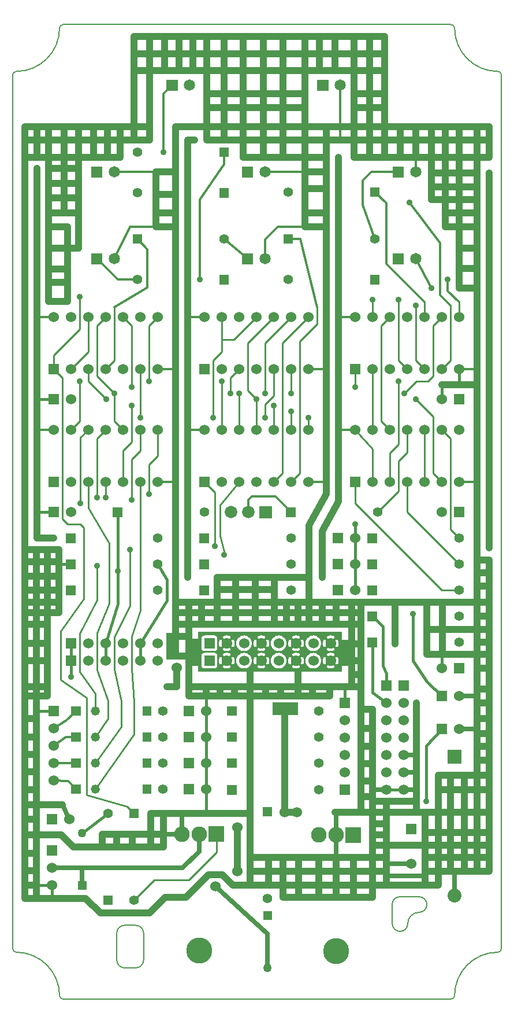
<source format=gbr>
G04 start of page 3 for group 1 idx 1 *
G04 Title: (unknown), solder *
G04 Creator: pcb 20091103 *
G04 CreationDate: Sun Dec 17 12:14:22 2023 UTC *
G04 For: bh *
G04 Format: Gerber/RS-274X *
G04 PCB-Dimensions: 380000 700000 *
G04 PCB-Coordinate-Origin: lower left *
%MOIN*%
%FSLAX25Y25*%
%LNBOTTOM*%
%ADD11C,0.0200*%
%ADD12C,0.0100*%
%ADD13C,0.0400*%
%ADD14C,0.0140*%
%ADD15C,0.0180*%
%ADD16C,0.0250*%
%ADD17C,0.0550*%
%ADD18C,0.0650*%
%ADD19C,0.0600*%
%ADD20C,0.0720*%
%ADD21C,0.1500*%
%ADD22C,0.0800*%
%ADD23C,0.0900*%
%ADD24C,0.0500*%
%ADD25C,0.0520*%
%ADD26C,0.0360*%
%ADD27C,0.0410*%
%ADD28C,0.0300*%
%ADD29C,0.0430*%
%ADD30C,0.1220*%
%ADD31C,0.0280*%
%ADD32C,0.0420*%
%ADD33C,0.0380*%
%ADD34C,0.1300*%
%ADD35C,0.0220*%
%ADD36C,0.0350*%
%ADD37C,0.0060*%
G54D11*G36*
X123500Y286000D02*Y301500D01*
X130500D01*
Y286000D01*
X123500D01*
G37*
G36*
X111000Y289500D02*Y305000D01*
X118500D01*
Y289500D01*
X111000D01*
G37*
G36*
X209613Y305500D02*X212500D01*
Y282500D01*
X209613D01*
Y286860D01*
X209708Y286882D01*
X209829Y286933D01*
X209938Y287005D01*
X210034Y287094D01*
X210113Y287198D01*
X210172Y287315D01*
X210314Y287722D01*
X210417Y288142D01*
X210479Y288569D01*
X210500Y289000D01*
X210479Y289432D01*
X210417Y289859D01*
X210314Y290279D01*
X210172Y290686D01*
X210171D01*
X210112Y290802D01*
X210033Y290907D01*
X209937Y290996D01*
X209828Y291067D01*
X209707Y291118D01*
X209613Y291139D01*
Y296860D01*
X209708Y296882D01*
X209829Y296933D01*
X209938Y297005D01*
X210034Y297094D01*
X210113Y297198D01*
X210172Y297315D01*
X210314Y297722D01*
X210417Y298142D01*
X210479Y298569D01*
X210500Y299000D01*
X210479Y299432D01*
X210417Y299859D01*
X210314Y300279D01*
X210172Y300686D01*
X210171D01*
X210112Y300802D01*
X210033Y300907D01*
X209937Y300996D01*
X209828Y301067D01*
X209707Y301118D01*
X209613Y301139D01*
Y305500D01*
G37*
G36*
X206000D02*X209613D01*
Y301139D01*
X209580Y301147D01*
X209450Y301154D01*
X209320Y301138D01*
X209195Y301100D01*
X209079Y301041D01*
X208974Y300962D01*
X208885Y300866D01*
X208814Y300757D01*
X208763Y300636D01*
X208734Y300509D01*
X208727Y300379D01*
X208743Y300249D01*
X208781Y300124D01*
X208876Y299853D01*
X208944Y299573D01*
X208986Y299288D01*
X209000Y299000D01*
X208986Y298713D01*
X208944Y298428D01*
X208876Y298148D01*
X208781Y297877D01*
X208780D01*
X208742Y297752D01*
X208726Y297622D01*
X208733Y297491D01*
X208762Y297364D01*
X208813Y297243D01*
X208885Y297134D01*
X208974Y297038D01*
X209078Y296959D01*
X209195Y296900D01*
X209320Y296862D01*
X209450Y296846D01*
X209581Y296853D01*
X209613Y296860D01*
Y291139D01*
X209580Y291147D01*
X209450Y291154D01*
X209320Y291138D01*
X209195Y291100D01*
X209079Y291041D01*
X208974Y290962D01*
X208885Y290866D01*
X208814Y290757D01*
X208763Y290636D01*
X208734Y290509D01*
X208727Y290379D01*
X208743Y290249D01*
X208781Y290124D01*
X208876Y289853D01*
X208944Y289573D01*
X208986Y289288D01*
X209000Y289000D01*
X208986Y288713D01*
X208944Y288428D01*
X208876Y288148D01*
X208781Y287877D01*
X208780D01*
X208742Y287752D01*
X208726Y287622D01*
X208733Y287491D01*
X208762Y287364D01*
X208813Y287243D01*
X208885Y287134D01*
X208974Y287038D01*
X209078Y286959D01*
X209195Y286900D01*
X209320Y286862D01*
X209450Y286846D01*
X209581Y286853D01*
X209613Y286860D01*
Y282500D01*
X206000D01*
Y284500D01*
X206431Y284521D01*
X206858Y284583D01*
X207278Y284686D01*
X207685Y284828D01*
Y284829D01*
X207801Y284888D01*
X207906Y284967D01*
X207995Y285063D01*
X208066Y285172D01*
X208117Y285293D01*
X208146Y285420D01*
X208153Y285550D01*
X208137Y285680D01*
X208099Y285805D01*
X208040Y285921D01*
X207961Y286026D01*
X207865Y286115D01*
X207756Y286186D01*
X207635Y286237D01*
X207508Y286266D01*
X207378Y286273D01*
X207248Y286257D01*
X207123Y286219D01*
X206852Y286124D01*
X206572Y286056D01*
X206287Y286014D01*
X206000Y286000D01*
Y292000D01*
X206287Y291987D01*
X206572Y291945D01*
X206852Y291877D01*
X207123Y291782D01*
Y291781D01*
X207248Y291743D01*
X207378Y291727D01*
X207509Y291734D01*
X207636Y291763D01*
X207757Y291814D01*
X207866Y291886D01*
X207962Y291975D01*
X208041Y292079D01*
X208100Y292196D01*
X208138Y292321D01*
X208154Y292451D01*
X208147Y292582D01*
X208118Y292709D01*
X208067Y292830D01*
X207995Y292939D01*
X207906Y293035D01*
X207802Y293114D01*
X207685Y293173D01*
X207278Y293315D01*
X206858Y293418D01*
X206431Y293480D01*
X206000Y293500D01*
Y294500D01*
X206431Y294521D01*
X206858Y294583D01*
X207278Y294686D01*
X207685Y294828D01*
Y294829D01*
X207801Y294888D01*
X207906Y294967D01*
X207995Y295063D01*
X208066Y295172D01*
X208117Y295293D01*
X208146Y295420D01*
X208153Y295550D01*
X208137Y295680D01*
X208099Y295805D01*
X208040Y295921D01*
X207961Y296026D01*
X207865Y296115D01*
X207756Y296186D01*
X207635Y296237D01*
X207508Y296266D01*
X207378Y296273D01*
X207248Y296257D01*
X207123Y296219D01*
X206852Y296124D01*
X206572Y296056D01*
X206287Y296014D01*
X206000Y296000D01*
Y302000D01*
X206287Y301987D01*
X206572Y301945D01*
X206852Y301877D01*
X207123Y301782D01*
Y301781D01*
X207248Y301743D01*
X207378Y301727D01*
X207509Y301734D01*
X207636Y301763D01*
X207757Y301814D01*
X207866Y301886D01*
X207962Y301975D01*
X208041Y302079D01*
X208100Y302196D01*
X208138Y302321D01*
X208154Y302451D01*
X208147Y302582D01*
X208118Y302709D01*
X208067Y302830D01*
X207995Y302939D01*
X207906Y303035D01*
X207802Y303114D01*
X207685Y303173D01*
X207278Y303315D01*
X206858Y303418D01*
X206431Y303480D01*
X206000Y303500D01*
Y305500D01*
G37*
G36*
X202387D02*X206000D01*
Y303500D01*
X205568Y303480D01*
X205141Y303418D01*
X204721Y303315D01*
X204314Y303173D01*
Y303172D01*
X204198Y303113D01*
X204093Y303034D01*
X204004Y302938D01*
X203933Y302829D01*
X203882Y302708D01*
X203853Y302581D01*
X203846Y302451D01*
X203862Y302321D01*
X203900Y302196D01*
X203959Y302080D01*
X204038Y301975D01*
X204134Y301886D01*
X204243Y301815D01*
X204364Y301764D01*
X204491Y301735D01*
X204621Y301728D01*
X204751Y301744D01*
X204876Y301782D01*
X205147Y301877D01*
X205427Y301945D01*
X205712Y301987D01*
X206000Y302000D01*
Y296000D01*
X205999D01*
X205712Y296014D01*
X205427Y296056D01*
X205147Y296124D01*
X204876Y296219D01*
Y296220D01*
X204751Y296258D01*
X204621Y296274D01*
X204490Y296267D01*
X204363Y296238D01*
X204242Y296187D01*
X204133Y296115D01*
X204037Y296026D01*
X203958Y295922D01*
X203899Y295805D01*
X203861Y295680D01*
X203845Y295550D01*
X203852Y295419D01*
X203881Y295292D01*
X203932Y295171D01*
X204004Y295062D01*
X204093Y294966D01*
X204197Y294887D01*
X204314Y294828D01*
X204721Y294686D01*
X205141Y294583D01*
X205568Y294521D01*
X205999Y294500D01*
X206000D01*
Y293500D01*
X205568Y293480D01*
X205141Y293418D01*
X204721Y293315D01*
X204314Y293173D01*
Y293172D01*
X204198Y293113D01*
X204093Y293034D01*
X204004Y292938D01*
X203933Y292829D01*
X203882Y292708D01*
X203853Y292581D01*
X203846Y292451D01*
X203862Y292321D01*
X203900Y292196D01*
X203959Y292080D01*
X204038Y291975D01*
X204134Y291886D01*
X204243Y291815D01*
X204364Y291764D01*
X204491Y291735D01*
X204621Y291728D01*
X204751Y291744D01*
X204876Y291782D01*
X205147Y291877D01*
X205427Y291945D01*
X205712Y291987D01*
X206000Y292000D01*
Y286000D01*
X205999D01*
X205712Y286014D01*
X205427Y286056D01*
X205147Y286124D01*
X204876Y286219D01*
Y286220D01*
X204751Y286258D01*
X204621Y286274D01*
X204490Y286267D01*
X204363Y286238D01*
X204242Y286187D01*
X204133Y286115D01*
X204037Y286026D01*
X203958Y285922D01*
X203899Y285805D01*
X203861Y285680D01*
X203845Y285550D01*
X203852Y285419D01*
X203881Y285292D01*
X203932Y285171D01*
X204004Y285062D01*
X204093Y284966D01*
X204197Y284887D01*
X204314Y284828D01*
X204721Y284686D01*
X205141Y284583D01*
X205568Y284521D01*
X205999Y284500D01*
X206000D01*
Y282500D01*
X202387D01*
Y286861D01*
X202419Y286854D01*
X202549Y286847D01*
X202679Y286863D01*
X202804Y286901D01*
X202920Y286960D01*
X203025Y287039D01*
X203114Y287135D01*
X203185Y287244D01*
X203236Y287365D01*
X203265Y287492D01*
X203272Y287622D01*
X203256Y287752D01*
X203218Y287877D01*
X203123Y288148D01*
X203055Y288428D01*
X203013Y288713D01*
X203000Y289001D01*
X203013Y289288D01*
X203055Y289573D01*
X203123Y289853D01*
X203218Y290124D01*
X203219D01*
X203257Y290249D01*
X203273Y290379D01*
X203266Y290510D01*
X203237Y290637D01*
X203186Y290758D01*
X203114Y290867D01*
X203025Y290963D01*
X202921Y291042D01*
X202804Y291101D01*
X202679Y291139D01*
X202549Y291155D01*
X202418Y291148D01*
X202387Y291141D01*
Y296861D01*
X202419Y296854D01*
X202549Y296847D01*
X202679Y296863D01*
X202804Y296901D01*
X202920Y296960D01*
X203025Y297039D01*
X203114Y297135D01*
X203185Y297244D01*
X203236Y297365D01*
X203265Y297492D01*
X203272Y297622D01*
X203256Y297752D01*
X203218Y297877D01*
X203123Y298148D01*
X203055Y298428D01*
X203013Y298713D01*
X203000Y299001D01*
X203013Y299288D01*
X203055Y299573D01*
X203123Y299853D01*
X203218Y300124D01*
X203219D01*
X203257Y300249D01*
X203273Y300379D01*
X203266Y300510D01*
X203237Y300637D01*
X203186Y300758D01*
X203114Y300867D01*
X203025Y300963D01*
X202921Y301042D01*
X202804Y301101D01*
X202679Y301139D01*
X202549Y301155D01*
X202418Y301148D01*
X202387Y301141D01*
Y305500D01*
G37*
G36*
X196000D02*X202387D01*
Y301141D01*
X202291Y301119D01*
X202170Y301068D01*
X202061Y300996D01*
X201965Y300907D01*
X201886Y300803D01*
X201827Y300686D01*
X201685Y300279D01*
X201582Y299859D01*
X201520Y299432D01*
X201500Y299001D01*
X201520Y298569D01*
X201582Y298142D01*
X201685Y297722D01*
X201827Y297315D01*
X201828D01*
X201887Y297199D01*
X201966Y297094D01*
X202062Y297005D01*
X202171Y296934D01*
X202292Y296883D01*
X202387Y296861D01*
Y291141D01*
X202291Y291119D01*
X202170Y291068D01*
X202061Y290996D01*
X201965Y290907D01*
X201886Y290803D01*
X201827Y290686D01*
X201685Y290279D01*
X201582Y289859D01*
X201520Y289432D01*
X201500Y289001D01*
X201520Y288569D01*
X201582Y288142D01*
X201685Y287722D01*
X201827Y287315D01*
X201828D01*
X201887Y287199D01*
X201966Y287094D01*
X202062Y287005D01*
X202171Y286934D01*
X202292Y286883D01*
X202387Y286861D01*
Y282500D01*
X196000D01*
Y284500D01*
X196781Y284568D01*
X197539Y284771D01*
X198250Y285103D01*
X198893Y285553D01*
X199447Y286107D01*
X199897Y286750D01*
X200229Y287461D01*
X200432Y288219D01*
X200500Y289000D01*
X200432Y289781D01*
X200229Y290539D01*
X199897Y291250D01*
X199447Y291893D01*
X198893Y292447D01*
X198250Y292897D01*
X197539Y293229D01*
X196781Y293432D01*
X196000Y293500D01*
Y294500D01*
X196781Y294568D01*
X197539Y294771D01*
X198250Y295103D01*
X198893Y295553D01*
X199447Y296107D01*
X199897Y296750D01*
X200229Y297461D01*
X200432Y298219D01*
X200500Y299000D01*
X200432Y299781D01*
X200229Y300539D01*
X199897Y301250D01*
X199447Y301893D01*
X198893Y302447D01*
X198250Y302897D01*
X197539Y303229D01*
X196781Y303432D01*
X196000Y303500D01*
Y305500D01*
G37*
G36*
X189613D02*X196000D01*
Y303500D01*
X195219Y303432D01*
X194461Y303229D01*
X193750Y302897D01*
X193107Y302447D01*
X192553Y301893D01*
X192103Y301250D01*
X191771Y300539D01*
X191568Y299781D01*
X191500Y299000D01*
X191568Y298219D01*
X191771Y297461D01*
X192103Y296750D01*
X192553Y296107D01*
X193107Y295553D01*
X193750Y295103D01*
X194461Y294771D01*
X195219Y294568D01*
X196000Y294500D01*
Y293500D01*
X195219Y293432D01*
X194461Y293229D01*
X193750Y292897D01*
X193107Y292447D01*
X192553Y291893D01*
X192103Y291250D01*
X191771Y290539D01*
X191568Y289781D01*
X191500Y289000D01*
X191568Y288219D01*
X191771Y287461D01*
X192103Y286750D01*
X192553Y286107D01*
X193107Y285553D01*
X193750Y285103D01*
X194461Y284771D01*
X195219Y284568D01*
X196000Y284500D01*
Y282500D01*
X189613D01*
Y286860D01*
X189708Y286882D01*
X189829Y286933D01*
X189938Y287005D01*
X190034Y287094D01*
X190113Y287198D01*
X190172Y287315D01*
X190314Y287722D01*
X190417Y288142D01*
X190479Y288569D01*
X190500Y289000D01*
X190479Y289432D01*
X190417Y289859D01*
X190314Y290279D01*
X190172Y290686D01*
X190171D01*
X190112Y290802D01*
X190033Y290907D01*
X189937Y290996D01*
X189828Y291067D01*
X189707Y291118D01*
X189613Y291139D01*
Y296860D01*
X189708Y296882D01*
X189829Y296933D01*
X189938Y297005D01*
X190034Y297094D01*
X190113Y297198D01*
X190172Y297315D01*
X190314Y297722D01*
X190417Y298142D01*
X190479Y298569D01*
X190500Y299000D01*
X190479Y299432D01*
X190417Y299859D01*
X190314Y300279D01*
X190172Y300686D01*
X190171D01*
X190112Y300802D01*
X190033Y300907D01*
X189937Y300996D01*
X189828Y301067D01*
X189707Y301118D01*
X189613Y301139D01*
Y305500D01*
G37*
G36*
X185999D02*X189613D01*
Y301139D01*
X189580Y301147D01*
X189450Y301154D01*
X189320Y301138D01*
X189195Y301100D01*
X189079Y301041D01*
X188974Y300962D01*
X188885Y300866D01*
X188814Y300757D01*
X188763Y300636D01*
X188734Y300509D01*
X188727Y300379D01*
X188743Y300249D01*
X188781Y300124D01*
X188876Y299853D01*
X188944Y299573D01*
X188986Y299288D01*
X189000Y299000D01*
X188986Y298713D01*
X188944Y298428D01*
X188876Y298148D01*
X188781Y297877D01*
X188780D01*
X188742Y297752D01*
X188726Y297622D01*
X188733Y297491D01*
X188762Y297364D01*
X188813Y297243D01*
X188885Y297134D01*
X188974Y297038D01*
X189078Y296959D01*
X189195Y296900D01*
X189320Y296862D01*
X189450Y296846D01*
X189581Y296853D01*
X189613Y296860D01*
Y291139D01*
X189580Y291147D01*
X189450Y291154D01*
X189320Y291138D01*
X189195Y291100D01*
X189079Y291041D01*
X188974Y290962D01*
X188885Y290866D01*
X188814Y290757D01*
X188763Y290636D01*
X188734Y290509D01*
X188727Y290379D01*
X188743Y290249D01*
X188781Y290124D01*
X188876Y289853D01*
X188944Y289573D01*
X188986Y289288D01*
X189000Y289000D01*
X188986Y288713D01*
X188944Y288428D01*
X188876Y288148D01*
X188781Y287877D01*
X188780D01*
X188742Y287752D01*
X188726Y287622D01*
X188733Y287491D01*
X188762Y287364D01*
X188813Y287243D01*
X188885Y287134D01*
X188974Y287038D01*
X189078Y286959D01*
X189195Y286900D01*
X189320Y286862D01*
X189450Y286846D01*
X189581Y286853D01*
X189613Y286860D01*
Y282500D01*
X185999D01*
Y284500D01*
X186431Y284521D01*
X186858Y284583D01*
X187278Y284686D01*
X187685Y284828D01*
Y284829D01*
X187801Y284888D01*
X187906Y284967D01*
X187995Y285063D01*
X188066Y285172D01*
X188117Y285293D01*
X188146Y285420D01*
X188153Y285550D01*
X188137Y285680D01*
X188099Y285805D01*
X188040Y285921D01*
X187961Y286026D01*
X187865Y286115D01*
X187756Y286186D01*
X187635Y286237D01*
X187508Y286266D01*
X187378Y286273D01*
X187248Y286257D01*
X187123Y286219D01*
X186852Y286124D01*
X186572Y286056D01*
X186287Y286014D01*
X185999Y286000D01*
Y292000D01*
X186000D01*
X186287Y291987D01*
X186572Y291945D01*
X186852Y291877D01*
X187123Y291782D01*
Y291781D01*
X187248Y291743D01*
X187378Y291727D01*
X187509Y291734D01*
X187636Y291763D01*
X187757Y291814D01*
X187866Y291886D01*
X187962Y291975D01*
X188041Y292079D01*
X188100Y292196D01*
X188138Y292321D01*
X188154Y292451D01*
X188147Y292582D01*
X188118Y292709D01*
X188067Y292830D01*
X187995Y292939D01*
X187906Y293035D01*
X187802Y293114D01*
X187685Y293173D01*
X187278Y293315D01*
X186858Y293418D01*
X186431Y293480D01*
X186000Y293500D01*
X185999D01*
Y294500D01*
X186431Y294521D01*
X186858Y294583D01*
X187278Y294686D01*
X187685Y294828D01*
Y294829D01*
X187801Y294888D01*
X187906Y294967D01*
X187995Y295063D01*
X188066Y295172D01*
X188117Y295293D01*
X188146Y295420D01*
X188153Y295550D01*
X188137Y295680D01*
X188099Y295805D01*
X188040Y295921D01*
X187961Y296026D01*
X187865Y296115D01*
X187756Y296186D01*
X187635Y296237D01*
X187508Y296266D01*
X187378Y296273D01*
X187248Y296257D01*
X187123Y296219D01*
X186852Y296124D01*
X186572Y296056D01*
X186287Y296014D01*
X185999Y296000D01*
Y302000D01*
X186000D01*
X186287Y301987D01*
X186572Y301945D01*
X186852Y301877D01*
X187123Y301782D01*
Y301781D01*
X187248Y301743D01*
X187378Y301727D01*
X187509Y301734D01*
X187636Y301763D01*
X187757Y301814D01*
X187866Y301886D01*
X187962Y301975D01*
X188041Y302079D01*
X188100Y302196D01*
X188138Y302321D01*
X188154Y302451D01*
X188147Y302582D01*
X188118Y302709D01*
X188067Y302830D01*
X187995Y302939D01*
X187906Y303035D01*
X187802Y303114D01*
X187685Y303173D01*
X187278Y303315D01*
X186858Y303418D01*
X186431Y303480D01*
X186000Y303500D01*
X185999D01*
Y305500D01*
G37*
G36*
X182387D02*X185999D01*
Y303500D01*
X185568Y303480D01*
X185141Y303418D01*
X184721Y303315D01*
X184314Y303173D01*
Y303172D01*
X184198Y303113D01*
X184093Y303034D01*
X184004Y302938D01*
X183933Y302829D01*
X183882Y302708D01*
X183853Y302581D01*
X183846Y302451D01*
X183862Y302321D01*
X183900Y302196D01*
X183959Y302080D01*
X184038Y301975D01*
X184134Y301886D01*
X184243Y301815D01*
X184364Y301764D01*
X184491Y301735D01*
X184621Y301728D01*
X184751Y301744D01*
X184876Y301782D01*
X185147Y301877D01*
X185427Y301945D01*
X185712Y301987D01*
X185999Y302000D01*
Y296000D01*
X185712Y296014D01*
X185427Y296056D01*
X185147Y296124D01*
X184876Y296219D01*
Y296220D01*
X184751Y296258D01*
X184621Y296274D01*
X184490Y296267D01*
X184363Y296238D01*
X184242Y296187D01*
X184133Y296115D01*
X184037Y296026D01*
X183958Y295922D01*
X183899Y295805D01*
X183861Y295680D01*
X183845Y295550D01*
X183852Y295419D01*
X183881Y295292D01*
X183932Y295171D01*
X184004Y295062D01*
X184093Y294966D01*
X184197Y294887D01*
X184314Y294828D01*
X184721Y294686D01*
X185141Y294583D01*
X185568Y294521D01*
X185999Y294500D01*
Y293500D01*
X185568Y293480D01*
X185141Y293418D01*
X184721Y293315D01*
X184314Y293173D01*
Y293172D01*
X184198Y293113D01*
X184093Y293034D01*
X184004Y292938D01*
X183933Y292829D01*
X183882Y292708D01*
X183853Y292581D01*
X183846Y292451D01*
X183862Y292321D01*
X183900Y292196D01*
X183959Y292080D01*
X184038Y291975D01*
X184134Y291886D01*
X184243Y291815D01*
X184364Y291764D01*
X184491Y291735D01*
X184621Y291728D01*
X184751Y291744D01*
X184876Y291782D01*
X185147Y291877D01*
X185427Y291945D01*
X185712Y291987D01*
X185999Y292000D01*
Y286000D01*
X185712Y286014D01*
X185427Y286056D01*
X185147Y286124D01*
X184876Y286219D01*
Y286220D01*
X184751Y286258D01*
X184621Y286274D01*
X184490Y286267D01*
X184363Y286238D01*
X184242Y286187D01*
X184133Y286115D01*
X184037Y286026D01*
X183958Y285922D01*
X183899Y285805D01*
X183861Y285680D01*
X183845Y285550D01*
X183852Y285419D01*
X183881Y285292D01*
X183932Y285171D01*
X184004Y285062D01*
X184093Y284966D01*
X184197Y284887D01*
X184314Y284828D01*
X184721Y284686D01*
X185141Y284583D01*
X185568Y284521D01*
X185999Y284500D01*
Y282500D01*
X182387D01*
Y286861D01*
X182419Y286854D01*
X182549Y286847D01*
X182679Y286863D01*
X182804Y286901D01*
X182920Y286960D01*
X183025Y287039D01*
X183114Y287135D01*
X183185Y287244D01*
X183236Y287365D01*
X183265Y287492D01*
X183272Y287622D01*
X183256Y287752D01*
X183218Y287877D01*
X183123Y288148D01*
X183055Y288428D01*
X183013Y288713D01*
X183000Y289001D01*
X183013Y289288D01*
X183055Y289573D01*
X183123Y289853D01*
X183218Y290124D01*
X183219D01*
X183257Y290249D01*
X183273Y290379D01*
X183266Y290510D01*
X183237Y290637D01*
X183186Y290758D01*
X183114Y290867D01*
X183025Y290963D01*
X182921Y291042D01*
X182804Y291101D01*
X182679Y291139D01*
X182549Y291155D01*
X182418Y291148D01*
X182387Y291141D01*
Y296861D01*
X182419Y296854D01*
X182549Y296847D01*
X182679Y296863D01*
X182804Y296901D01*
X182920Y296960D01*
X183025Y297039D01*
X183114Y297135D01*
X183185Y297244D01*
X183236Y297365D01*
X183265Y297492D01*
X183272Y297622D01*
X183256Y297752D01*
X183218Y297877D01*
X183123Y298148D01*
X183055Y298428D01*
X183013Y298713D01*
X183000Y299001D01*
X183013Y299288D01*
X183055Y299573D01*
X183123Y299853D01*
X183218Y300124D01*
X183219D01*
X183257Y300249D01*
X183273Y300379D01*
X183266Y300510D01*
X183237Y300637D01*
X183186Y300758D01*
X183114Y300867D01*
X183025Y300963D01*
X182921Y301042D01*
X182804Y301101D01*
X182679Y301139D01*
X182549Y301155D01*
X182418Y301148D01*
X182387Y301141D01*
Y305500D01*
G37*
G36*
X176000D02*X182387D01*
Y301141D01*
X182291Y301119D01*
X182170Y301068D01*
X182061Y300996D01*
X181965Y300907D01*
X181886Y300803D01*
X181827Y300686D01*
X181685Y300279D01*
X181582Y299859D01*
X181520Y299432D01*
X181500Y299001D01*
X181520Y298569D01*
X181582Y298142D01*
X181685Y297722D01*
X181827Y297315D01*
X181828D01*
X181887Y297199D01*
X181966Y297094D01*
X182062Y297005D01*
X182171Y296934D01*
X182292Y296883D01*
X182387Y296861D01*
Y291141D01*
X182291Y291119D01*
X182170Y291068D01*
X182061Y290996D01*
X181965Y290907D01*
X181886Y290803D01*
X181827Y290686D01*
X181685Y290279D01*
X181582Y289859D01*
X181520Y289432D01*
X181500Y289001D01*
X181520Y288569D01*
X181582Y288142D01*
X181685Y287722D01*
X181827Y287315D01*
X181828D01*
X181887Y287199D01*
X181966Y287094D01*
X182062Y287005D01*
X182171Y286934D01*
X182292Y286883D01*
X182387Y286861D01*
Y282500D01*
X176000D01*
Y284500D01*
X176781Y284568D01*
X177539Y284771D01*
X178250Y285103D01*
X178893Y285553D01*
X179447Y286107D01*
X179897Y286750D01*
X180229Y287461D01*
X180432Y288219D01*
X180500Y289000D01*
X180432Y289781D01*
X180229Y290539D01*
X179897Y291250D01*
X179447Y291893D01*
X178893Y292447D01*
X178250Y292897D01*
X177539Y293229D01*
X176781Y293432D01*
X176000Y293500D01*
Y294500D01*
X176781Y294568D01*
X177539Y294771D01*
X178250Y295103D01*
X178893Y295553D01*
X179447Y296107D01*
X179897Y296750D01*
X180229Y297461D01*
X180432Y298219D01*
X180500Y299000D01*
X180432Y299781D01*
X180229Y300539D01*
X179897Y301250D01*
X179447Y301893D01*
X178893Y302447D01*
X178250Y302897D01*
X177539Y303229D01*
X176781Y303432D01*
X176000Y303500D01*
Y305500D01*
G37*
G36*
X169613D02*X176000D01*
Y303500D01*
X175219Y303432D01*
X174461Y303229D01*
X173750Y302897D01*
X173107Y302447D01*
X172553Y301893D01*
X172103Y301250D01*
X171771Y300539D01*
X171568Y299781D01*
X171500Y299000D01*
X171568Y298219D01*
X171771Y297461D01*
X172103Y296750D01*
X172553Y296107D01*
X173107Y295553D01*
X173750Y295103D01*
X174461Y294771D01*
X175219Y294568D01*
X176000Y294500D01*
Y293500D01*
X175219Y293432D01*
X174461Y293229D01*
X173750Y292897D01*
X173107Y292447D01*
X172553Y291893D01*
X172103Y291250D01*
X171771Y290539D01*
X171568Y289781D01*
X171500Y289000D01*
X171568Y288219D01*
X171771Y287461D01*
X172103Y286750D01*
X172553Y286107D01*
X173107Y285553D01*
X173750Y285103D01*
X174461Y284771D01*
X175219Y284568D01*
X176000Y284500D01*
Y282500D01*
X169613D01*
Y286860D01*
X169708Y286882D01*
X169829Y286933D01*
X169938Y287005D01*
X170034Y287094D01*
X170113Y287198D01*
X170172Y287315D01*
X170314Y287722D01*
X170417Y288142D01*
X170479Y288569D01*
X170500Y289000D01*
X170479Y289432D01*
X170417Y289859D01*
X170314Y290279D01*
X170172Y290686D01*
X170171D01*
X170112Y290802D01*
X170033Y290907D01*
X169937Y290996D01*
X169828Y291067D01*
X169707Y291118D01*
X169613Y291139D01*
Y296860D01*
X169708Y296882D01*
X169829Y296933D01*
X169938Y297005D01*
X170034Y297094D01*
X170113Y297198D01*
X170172Y297315D01*
X170314Y297722D01*
X170417Y298142D01*
X170479Y298569D01*
X170500Y299000D01*
X170479Y299432D01*
X170417Y299859D01*
X170314Y300279D01*
X170172Y300686D01*
X170171D01*
X170112Y300802D01*
X170033Y300907D01*
X169937Y300996D01*
X169828Y301067D01*
X169707Y301118D01*
X169613Y301139D01*
Y305500D01*
G37*
G36*
X165999D02*X169613D01*
Y301139D01*
X169580Y301147D01*
X169450Y301154D01*
X169320Y301138D01*
X169195Y301100D01*
X169079Y301041D01*
X168974Y300962D01*
X168885Y300866D01*
X168814Y300757D01*
X168763Y300636D01*
X168734Y300509D01*
X168727Y300379D01*
X168743Y300249D01*
X168781Y300124D01*
X168876Y299853D01*
X168944Y299573D01*
X168986Y299288D01*
X169000Y299000D01*
X168986Y298713D01*
X168944Y298428D01*
X168876Y298148D01*
X168781Y297877D01*
X168780D01*
X168742Y297752D01*
X168726Y297622D01*
X168733Y297491D01*
X168762Y297364D01*
X168813Y297243D01*
X168885Y297134D01*
X168974Y297038D01*
X169078Y296959D01*
X169195Y296900D01*
X169320Y296862D01*
X169450Y296846D01*
X169581Y296853D01*
X169613Y296860D01*
Y291139D01*
X169580Y291147D01*
X169450Y291154D01*
X169320Y291138D01*
X169195Y291100D01*
X169079Y291041D01*
X168974Y290962D01*
X168885Y290866D01*
X168814Y290757D01*
X168763Y290636D01*
X168734Y290509D01*
X168727Y290379D01*
X168743Y290249D01*
X168781Y290124D01*
X168876Y289853D01*
X168944Y289573D01*
X168986Y289288D01*
X169000Y289000D01*
X168986Y288713D01*
X168944Y288428D01*
X168876Y288148D01*
X168781Y287877D01*
X168780D01*
X168742Y287752D01*
X168726Y287622D01*
X168733Y287491D01*
X168762Y287364D01*
X168813Y287243D01*
X168885Y287134D01*
X168974Y287038D01*
X169078Y286959D01*
X169195Y286900D01*
X169320Y286862D01*
X169450Y286846D01*
X169581Y286853D01*
X169613Y286860D01*
Y282500D01*
X165999D01*
Y284500D01*
X166431Y284521D01*
X166858Y284583D01*
X167278Y284686D01*
X167685Y284828D01*
Y284829D01*
X167801Y284888D01*
X167906Y284967D01*
X167995Y285063D01*
X168066Y285172D01*
X168117Y285293D01*
X168146Y285420D01*
X168153Y285550D01*
X168137Y285680D01*
X168099Y285805D01*
X168040Y285921D01*
X167961Y286026D01*
X167865Y286115D01*
X167756Y286186D01*
X167635Y286237D01*
X167508Y286266D01*
X167378Y286273D01*
X167248Y286257D01*
X167123Y286219D01*
X166852Y286124D01*
X166572Y286056D01*
X166287Y286014D01*
X165999Y286000D01*
Y292000D01*
X166000D01*
X166287Y291987D01*
X166572Y291945D01*
X166852Y291877D01*
X167123Y291782D01*
Y291781D01*
X167248Y291743D01*
X167378Y291727D01*
X167509Y291734D01*
X167636Y291763D01*
X167757Y291814D01*
X167866Y291886D01*
X167962Y291975D01*
X168041Y292079D01*
X168100Y292196D01*
X168138Y292321D01*
X168154Y292451D01*
X168147Y292582D01*
X168118Y292709D01*
X168067Y292830D01*
X167995Y292939D01*
X167906Y293035D01*
X167802Y293114D01*
X167685Y293173D01*
X167278Y293315D01*
X166858Y293418D01*
X166431Y293480D01*
X166000Y293500D01*
X165999D01*
Y294500D01*
X166431Y294521D01*
X166858Y294583D01*
X167278Y294686D01*
X167685Y294828D01*
Y294829D01*
X167801Y294888D01*
X167906Y294967D01*
X167995Y295063D01*
X168066Y295172D01*
X168117Y295293D01*
X168146Y295420D01*
X168153Y295550D01*
X168137Y295680D01*
X168099Y295805D01*
X168040Y295921D01*
X167961Y296026D01*
X167865Y296115D01*
X167756Y296186D01*
X167635Y296237D01*
X167508Y296266D01*
X167378Y296273D01*
X167248Y296257D01*
X167123Y296219D01*
X166852Y296124D01*
X166572Y296056D01*
X166287Y296014D01*
X165999Y296000D01*
Y302000D01*
X166000D01*
X166287Y301987D01*
X166572Y301945D01*
X166852Y301877D01*
X167123Y301782D01*
Y301781D01*
X167248Y301743D01*
X167378Y301727D01*
X167509Y301734D01*
X167636Y301763D01*
X167757Y301814D01*
X167866Y301886D01*
X167962Y301975D01*
X168041Y302079D01*
X168100Y302196D01*
X168138Y302321D01*
X168154Y302451D01*
X168147Y302582D01*
X168118Y302709D01*
X168067Y302830D01*
X167995Y302939D01*
X167906Y303035D01*
X167802Y303114D01*
X167685Y303173D01*
X167278Y303315D01*
X166858Y303418D01*
X166431Y303480D01*
X166000Y303500D01*
X165999D01*
Y305500D01*
G37*
G36*
X162387D02*X165999D01*
Y303500D01*
X165568Y303480D01*
X165141Y303418D01*
X164721Y303315D01*
X164314Y303173D01*
Y303172D01*
X164198Y303113D01*
X164093Y303034D01*
X164004Y302938D01*
X163933Y302829D01*
X163882Y302708D01*
X163853Y302581D01*
X163846Y302451D01*
X163862Y302321D01*
X163900Y302196D01*
X163959Y302080D01*
X164038Y301975D01*
X164134Y301886D01*
X164243Y301815D01*
X164364Y301764D01*
X164491Y301735D01*
X164621Y301728D01*
X164751Y301744D01*
X164876Y301782D01*
X165147Y301877D01*
X165427Y301945D01*
X165712Y301987D01*
X165999Y302000D01*
Y296000D01*
X165712Y296014D01*
X165427Y296056D01*
X165147Y296124D01*
X164876Y296219D01*
Y296220D01*
X164751Y296258D01*
X164621Y296274D01*
X164490Y296267D01*
X164363Y296238D01*
X164242Y296187D01*
X164133Y296115D01*
X164037Y296026D01*
X163958Y295922D01*
X163899Y295805D01*
X163861Y295680D01*
X163845Y295550D01*
X163852Y295419D01*
X163881Y295292D01*
X163932Y295171D01*
X164004Y295062D01*
X164093Y294966D01*
X164197Y294887D01*
X164314Y294828D01*
X164721Y294686D01*
X165141Y294583D01*
X165568Y294521D01*
X165999Y294500D01*
Y293500D01*
X165568Y293480D01*
X165141Y293418D01*
X164721Y293315D01*
X164314Y293173D01*
Y293172D01*
X164198Y293113D01*
X164093Y293034D01*
X164004Y292938D01*
X163933Y292829D01*
X163882Y292708D01*
X163853Y292581D01*
X163846Y292451D01*
X163862Y292321D01*
X163900Y292196D01*
X163959Y292080D01*
X164038Y291975D01*
X164134Y291886D01*
X164243Y291815D01*
X164364Y291764D01*
X164491Y291735D01*
X164621Y291728D01*
X164751Y291744D01*
X164876Y291782D01*
X165147Y291877D01*
X165427Y291945D01*
X165712Y291987D01*
X165999Y292000D01*
Y286000D01*
X165712Y286014D01*
X165427Y286056D01*
X165147Y286124D01*
X164876Y286219D01*
Y286220D01*
X164751Y286258D01*
X164621Y286274D01*
X164490Y286267D01*
X164363Y286238D01*
X164242Y286187D01*
X164133Y286115D01*
X164037Y286026D01*
X163958Y285922D01*
X163899Y285805D01*
X163861Y285680D01*
X163845Y285550D01*
X163852Y285419D01*
X163881Y285292D01*
X163932Y285171D01*
X164004Y285062D01*
X164093Y284966D01*
X164197Y284887D01*
X164314Y284828D01*
X164721Y284686D01*
X165141Y284583D01*
X165568Y284521D01*
X165999Y284500D01*
Y282500D01*
X162387D01*
Y286861D01*
X162419Y286854D01*
X162549Y286847D01*
X162679Y286863D01*
X162804Y286901D01*
X162920Y286960D01*
X163025Y287039D01*
X163114Y287135D01*
X163185Y287244D01*
X163236Y287365D01*
X163265Y287492D01*
X163272Y287622D01*
X163256Y287752D01*
X163218Y287877D01*
X163123Y288148D01*
X163055Y288428D01*
X163013Y288713D01*
X163000Y289001D01*
X163013Y289288D01*
X163055Y289573D01*
X163123Y289853D01*
X163218Y290124D01*
X163219D01*
X163257Y290249D01*
X163273Y290379D01*
X163266Y290510D01*
X163237Y290637D01*
X163186Y290758D01*
X163114Y290867D01*
X163025Y290963D01*
X162921Y291042D01*
X162804Y291101D01*
X162679Y291139D01*
X162549Y291155D01*
X162418Y291148D01*
X162387Y291141D01*
Y296861D01*
X162419Y296854D01*
X162549Y296847D01*
X162679Y296863D01*
X162804Y296901D01*
X162920Y296960D01*
X163025Y297039D01*
X163114Y297135D01*
X163185Y297244D01*
X163236Y297365D01*
X163265Y297492D01*
X163272Y297622D01*
X163256Y297752D01*
X163218Y297877D01*
X163123Y298148D01*
X163055Y298428D01*
X163013Y298713D01*
X163000Y299001D01*
X163013Y299288D01*
X163055Y299573D01*
X163123Y299853D01*
X163218Y300124D01*
X163219D01*
X163257Y300249D01*
X163273Y300379D01*
X163266Y300510D01*
X163237Y300637D01*
X163186Y300758D01*
X163114Y300867D01*
X163025Y300963D01*
X162921Y301042D01*
X162804Y301101D01*
X162679Y301139D01*
X162549Y301155D01*
X162418Y301148D01*
X162387Y301141D01*
Y305500D01*
G37*
G36*
X156000D02*X162387D01*
Y301141D01*
X162291Y301119D01*
X162170Y301068D01*
X162061Y300996D01*
X161965Y300907D01*
X161886Y300803D01*
X161827Y300686D01*
X161685Y300279D01*
X161582Y299859D01*
X161520Y299432D01*
X161500Y299001D01*
X161520Y298569D01*
X161582Y298142D01*
X161685Y297722D01*
X161827Y297315D01*
X161828D01*
X161887Y297199D01*
X161966Y297094D01*
X162062Y297005D01*
X162171Y296934D01*
X162292Y296883D01*
X162387Y296861D01*
Y291141D01*
X162291Y291119D01*
X162170Y291068D01*
X162061Y290996D01*
X161965Y290907D01*
X161886Y290803D01*
X161827Y290686D01*
X161685Y290279D01*
X161582Y289859D01*
X161520Y289432D01*
X161500Y289001D01*
X161520Y288569D01*
X161582Y288142D01*
X161685Y287722D01*
X161827Y287315D01*
X161828D01*
X161887Y287199D01*
X161966Y287094D01*
X162062Y287005D01*
X162171Y286934D01*
X162292Y286883D01*
X162387Y286861D01*
Y282500D01*
X156000D01*
Y284500D01*
X156781Y284568D01*
X157539Y284771D01*
X158250Y285103D01*
X158893Y285553D01*
X159447Y286107D01*
X159897Y286750D01*
X160229Y287461D01*
X160432Y288219D01*
X160500Y289000D01*
X160432Y289781D01*
X160229Y290539D01*
X159897Y291250D01*
X159447Y291893D01*
X158893Y292447D01*
X158250Y292897D01*
X157539Y293229D01*
X156781Y293432D01*
X156000Y293500D01*
Y294500D01*
X156781Y294568D01*
X157539Y294771D01*
X158250Y295103D01*
X158893Y295553D01*
X159447Y296107D01*
X159897Y296750D01*
X160229Y297461D01*
X160432Y298219D01*
X160500Y299000D01*
X160432Y299781D01*
X160229Y300539D01*
X159897Y301250D01*
X159447Y301893D01*
X158893Y302447D01*
X158250Y302897D01*
X157539Y303229D01*
X156781Y303432D01*
X156000Y303500D01*
Y305500D01*
G37*
G36*
X149613D02*X156000D01*
Y303500D01*
X155219Y303432D01*
X154461Y303229D01*
X153750Y302897D01*
X153107Y302447D01*
X152553Y301893D01*
X152103Y301250D01*
X151771Y300539D01*
X151568Y299781D01*
X151500Y299000D01*
X151568Y298219D01*
X151771Y297461D01*
X152103Y296750D01*
X152553Y296107D01*
X153107Y295553D01*
X153750Y295103D01*
X154461Y294771D01*
X155219Y294568D01*
X156000Y294500D01*
Y293500D01*
X155219Y293432D01*
X154461Y293229D01*
X153750Y292897D01*
X153107Y292447D01*
X152553Y291893D01*
X152103Y291250D01*
X151771Y290539D01*
X151568Y289781D01*
X151500Y289000D01*
X151568Y288219D01*
X151771Y287461D01*
X152103Y286750D01*
X152553Y286107D01*
X153107Y285553D01*
X153750Y285103D01*
X154461Y284771D01*
X155219Y284568D01*
X156000Y284500D01*
Y282500D01*
X149613D01*
Y286860D01*
X149708Y286882D01*
X149829Y286933D01*
X149938Y287005D01*
X150034Y287094D01*
X150113Y287198D01*
X150172Y287315D01*
X150314Y287722D01*
X150417Y288142D01*
X150479Y288569D01*
X150500Y289000D01*
X150479Y289432D01*
X150417Y289859D01*
X150314Y290279D01*
X150172Y290686D01*
X150171D01*
X150112Y290802D01*
X150033Y290907D01*
X149937Y290996D01*
X149828Y291067D01*
X149707Y291118D01*
X149613Y291139D01*
Y296860D01*
X149708Y296882D01*
X149829Y296933D01*
X149938Y297005D01*
X150034Y297094D01*
X150113Y297198D01*
X150172Y297315D01*
X150314Y297722D01*
X150417Y298142D01*
X150479Y298569D01*
X150500Y299000D01*
X150479Y299432D01*
X150417Y299859D01*
X150314Y300279D01*
X150172Y300686D01*
X150171D01*
X150112Y300802D01*
X150033Y300907D01*
X149937Y300996D01*
X149828Y301067D01*
X149707Y301118D01*
X149613Y301139D01*
Y305500D01*
G37*
G36*
X146000D02*X149613D01*
Y301139D01*
X149580Y301147D01*
X149450Y301154D01*
X149320Y301138D01*
X149195Y301100D01*
X149079Y301041D01*
X148974Y300962D01*
X148885Y300866D01*
X148814Y300757D01*
X148763Y300636D01*
X148734Y300509D01*
X148727Y300379D01*
X148743Y300249D01*
X148781Y300124D01*
X148876Y299853D01*
X148944Y299573D01*
X148986Y299288D01*
X149000Y299000D01*
X148986Y298713D01*
X148944Y298428D01*
X148876Y298148D01*
X148781Y297877D01*
X148780D01*
X148742Y297752D01*
X148726Y297622D01*
X148733Y297491D01*
X148762Y297364D01*
X148813Y297243D01*
X148885Y297134D01*
X148974Y297038D01*
X149078Y296959D01*
X149195Y296900D01*
X149320Y296862D01*
X149450Y296846D01*
X149581Y296853D01*
X149613Y296860D01*
Y291139D01*
X149580Y291147D01*
X149450Y291154D01*
X149320Y291138D01*
X149195Y291100D01*
X149079Y291041D01*
X148974Y290962D01*
X148885Y290866D01*
X148814Y290757D01*
X148763Y290636D01*
X148734Y290509D01*
X148727Y290379D01*
X148743Y290249D01*
X148781Y290124D01*
X148876Y289853D01*
X148944Y289573D01*
X148986Y289288D01*
X149000Y289000D01*
X148986Y288713D01*
X148944Y288428D01*
X148876Y288148D01*
X148781Y287877D01*
X148780D01*
X148742Y287752D01*
X148726Y287622D01*
X148733Y287491D01*
X148762Y287364D01*
X148813Y287243D01*
X148885Y287134D01*
X148974Y287038D01*
X149078Y286959D01*
X149195Y286900D01*
X149320Y286862D01*
X149450Y286846D01*
X149581Y286853D01*
X149613Y286860D01*
Y282500D01*
X146000D01*
Y284500D01*
X146431Y284521D01*
X146858Y284583D01*
X147278Y284686D01*
X147685Y284828D01*
Y284829D01*
X147801Y284888D01*
X147906Y284967D01*
X147995Y285063D01*
X148066Y285172D01*
X148117Y285293D01*
X148146Y285420D01*
X148153Y285550D01*
X148137Y285680D01*
X148099Y285805D01*
X148040Y285921D01*
X147961Y286026D01*
X147865Y286115D01*
X147756Y286186D01*
X147635Y286237D01*
X147508Y286266D01*
X147378Y286273D01*
X147248Y286257D01*
X147123Y286219D01*
X146852Y286124D01*
X146572Y286056D01*
X146287Y286014D01*
X146000Y286000D01*
Y292000D01*
X146287Y291987D01*
X146572Y291945D01*
X146852Y291877D01*
X147123Y291782D01*
Y291781D01*
X147248Y291743D01*
X147378Y291727D01*
X147509Y291734D01*
X147636Y291763D01*
X147757Y291814D01*
X147866Y291886D01*
X147962Y291975D01*
X148041Y292079D01*
X148100Y292196D01*
X148138Y292321D01*
X148154Y292451D01*
X148147Y292582D01*
X148118Y292709D01*
X148067Y292830D01*
X147995Y292939D01*
X147906Y293035D01*
X147802Y293114D01*
X147685Y293173D01*
X147278Y293315D01*
X146858Y293418D01*
X146431Y293480D01*
X146000Y293500D01*
Y294500D01*
X146431Y294521D01*
X146858Y294583D01*
X147278Y294686D01*
X147685Y294828D01*
Y294829D01*
X147801Y294888D01*
X147906Y294967D01*
X147995Y295063D01*
X148066Y295172D01*
X148117Y295293D01*
X148146Y295420D01*
X148153Y295550D01*
X148137Y295680D01*
X148099Y295805D01*
X148040Y295921D01*
X147961Y296026D01*
X147865Y296115D01*
X147756Y296186D01*
X147635Y296237D01*
X147508Y296266D01*
X147378Y296273D01*
X147248Y296257D01*
X147123Y296219D01*
X146852Y296124D01*
X146572Y296056D01*
X146287Y296014D01*
X146000Y296000D01*
Y302000D01*
X146287Y301987D01*
X146572Y301945D01*
X146852Y301877D01*
X147123Y301782D01*
Y301781D01*
X147248Y301743D01*
X147378Y301727D01*
X147509Y301734D01*
X147636Y301763D01*
X147757Y301814D01*
X147866Y301886D01*
X147962Y301975D01*
X148041Y302079D01*
X148100Y302196D01*
X148138Y302321D01*
X148154Y302451D01*
X148147Y302582D01*
X148118Y302709D01*
X148067Y302830D01*
X147995Y302939D01*
X147906Y303035D01*
X147802Y303114D01*
X147685Y303173D01*
X147278Y303315D01*
X146858Y303418D01*
X146431Y303480D01*
X146000Y303500D01*
Y305500D01*
G37*
G36*
X142387D02*X146000D01*
Y303500D01*
X145568Y303480D01*
X145141Y303418D01*
X144721Y303315D01*
X144314Y303173D01*
Y303172D01*
X144198Y303113D01*
X144093Y303034D01*
X144004Y302938D01*
X143933Y302829D01*
X143882Y302708D01*
X143853Y302581D01*
X143846Y302451D01*
X143862Y302321D01*
X143900Y302196D01*
X143959Y302080D01*
X144038Y301975D01*
X144134Y301886D01*
X144243Y301815D01*
X144364Y301764D01*
X144491Y301735D01*
X144621Y301728D01*
X144751Y301744D01*
X144876Y301782D01*
X145147Y301877D01*
X145427Y301945D01*
X145712Y301987D01*
X146000Y302000D01*
Y296000D01*
X145999D01*
X145712Y296014D01*
X145427Y296056D01*
X145147Y296124D01*
X144876Y296219D01*
Y296220D01*
X144751Y296258D01*
X144621Y296274D01*
X144490Y296267D01*
X144363Y296238D01*
X144242Y296187D01*
X144133Y296115D01*
X144037Y296026D01*
X143958Y295922D01*
X143899Y295805D01*
X143861Y295680D01*
X143845Y295550D01*
X143852Y295419D01*
X143881Y295292D01*
X143932Y295171D01*
X144004Y295062D01*
X144093Y294966D01*
X144197Y294887D01*
X144314Y294828D01*
X144721Y294686D01*
X145141Y294583D01*
X145568Y294521D01*
X145999Y294500D01*
X146000D01*
Y293500D01*
X145568Y293480D01*
X145141Y293418D01*
X144721Y293315D01*
X144314Y293173D01*
Y293172D01*
X144198Y293113D01*
X144093Y293034D01*
X144004Y292938D01*
X143933Y292829D01*
X143882Y292708D01*
X143853Y292581D01*
X143846Y292451D01*
X143862Y292321D01*
X143900Y292196D01*
X143959Y292080D01*
X144038Y291975D01*
X144134Y291886D01*
X144243Y291815D01*
X144364Y291764D01*
X144491Y291735D01*
X144621Y291728D01*
X144751Y291744D01*
X144876Y291782D01*
X145147Y291877D01*
X145427Y291945D01*
X145712Y291987D01*
X146000Y292000D01*
Y286000D01*
X145999D01*
X145712Y286014D01*
X145427Y286056D01*
X145147Y286124D01*
X144876Y286219D01*
Y286220D01*
X144751Y286258D01*
X144621Y286274D01*
X144490Y286267D01*
X144363Y286238D01*
X144242Y286187D01*
X144133Y286115D01*
X144037Y286026D01*
X143958Y285922D01*
X143899Y285805D01*
X143861Y285680D01*
X143845Y285550D01*
X143852Y285419D01*
X143881Y285292D01*
X143932Y285171D01*
X144004Y285062D01*
X144093Y284966D01*
X144197Y284887D01*
X144314Y284828D01*
X144721Y284686D01*
X145141Y284583D01*
X145568Y284521D01*
X145999Y284500D01*
X146000D01*
Y282500D01*
X142387D01*
Y286861D01*
X142419Y286854D01*
X142549Y286847D01*
X142679Y286863D01*
X142804Y286901D01*
X142920Y286960D01*
X143025Y287039D01*
X143114Y287135D01*
X143185Y287244D01*
X143236Y287365D01*
X143265Y287492D01*
X143272Y287622D01*
X143256Y287752D01*
X143218Y287877D01*
X143123Y288148D01*
X143055Y288428D01*
X143013Y288713D01*
X143000Y289001D01*
X143013Y289288D01*
X143055Y289573D01*
X143123Y289853D01*
X143218Y290124D01*
X143219D01*
X143257Y290249D01*
X143273Y290379D01*
X143266Y290510D01*
X143237Y290637D01*
X143186Y290758D01*
X143114Y290867D01*
X143025Y290963D01*
X142921Y291042D01*
X142804Y291101D01*
X142679Y291139D01*
X142549Y291155D01*
X142418Y291148D01*
X142387Y291141D01*
Y296861D01*
X142419Y296854D01*
X142549Y296847D01*
X142679Y296863D01*
X142804Y296901D01*
X142920Y296960D01*
X143025Y297039D01*
X143114Y297135D01*
X143185Y297244D01*
X143236Y297365D01*
X143265Y297492D01*
X143272Y297622D01*
X143256Y297752D01*
X143218Y297877D01*
X143123Y298148D01*
X143055Y298428D01*
X143013Y298713D01*
X143000Y299001D01*
X143013Y299288D01*
X143055Y299573D01*
X143123Y299853D01*
X143218Y300124D01*
X143219D01*
X143257Y300249D01*
X143273Y300379D01*
X143266Y300510D01*
X143237Y300637D01*
X143186Y300758D01*
X143114Y300867D01*
X143025Y300963D01*
X142921Y301042D01*
X142804Y301101D01*
X142679Y301139D01*
X142549Y301155D01*
X142418Y301148D01*
X142387Y301141D01*
Y305500D01*
G37*
G36*
X136000D02*X142387D01*
Y301141D01*
X142291Y301119D01*
X142170Y301068D01*
X142061Y300996D01*
X141965Y300907D01*
X141886Y300803D01*
X141827Y300686D01*
X141685Y300279D01*
X141582Y299859D01*
X141520Y299432D01*
X141500Y299001D01*
X141520Y298569D01*
X141582Y298142D01*
X141685Y297722D01*
X141827Y297315D01*
X141828D01*
X141887Y297199D01*
X141966Y297094D01*
X142062Y297005D01*
X142171Y296934D01*
X142292Y296883D01*
X142387Y296861D01*
Y291141D01*
X142291Y291119D01*
X142170Y291068D01*
X142061Y290996D01*
X141965Y290907D01*
X141886Y290803D01*
X141827Y290686D01*
X141685Y290279D01*
X141582Y289859D01*
X141520Y289432D01*
X141500Y289001D01*
X141520Y288569D01*
X141582Y288142D01*
X141685Y287722D01*
X141827Y287315D01*
X141828D01*
X141887Y287199D01*
X141966Y287094D01*
X142062Y287005D01*
X142171Y286934D01*
X142292Y286883D01*
X142387Y286861D01*
Y282500D01*
X136000D01*
Y284500D01*
X139000D01*
X139260Y284523D01*
X139513Y284590D01*
X139750Y284701D01*
X139964Y284851D01*
X140149Y285036D01*
X140299Y285250D01*
X140410Y285487D01*
X140477Y285740D01*
X140500Y286000D01*
Y292000D01*
X140477Y292260D01*
X140410Y292513D01*
X140299Y292750D01*
X140149Y292964D01*
X139964Y293149D01*
X139750Y293299D01*
X139513Y293410D01*
X139260Y293477D01*
X139000Y293500D01*
X136000D01*
Y294500D01*
X139000D01*
X139260Y294523D01*
X139513Y294590D01*
X139750Y294701D01*
X139964Y294851D01*
X140149Y295036D01*
X140299Y295250D01*
X140410Y295487D01*
X140477Y295740D01*
X140500Y296000D01*
Y302000D01*
X140477Y302260D01*
X140410Y302513D01*
X140299Y302750D01*
X140149Y302964D01*
X139964Y303149D01*
X139750Y303299D01*
X139513Y303410D01*
X139260Y303477D01*
X139000Y303500D01*
X136000D01*
Y305500D01*
G37*
G36*
X129500Y282500D02*Y305500D01*
X136000D01*
Y303500D01*
X133000D01*
X132740Y303477D01*
X132487Y303410D01*
X132250Y303299D01*
X132036Y303149D01*
X131851Y302964D01*
X131701Y302750D01*
X131590Y302513D01*
X131523Y302260D01*
X131500Y302000D01*
Y296000D01*
X131523Y295740D01*
X131590Y295487D01*
X131701Y295250D01*
X131851Y295036D01*
X132036Y294851D01*
X132250Y294701D01*
X132487Y294590D01*
X132740Y294523D01*
X133000Y294500D01*
X136000D01*
Y293500D01*
X133000D01*
X132740Y293477D01*
X132487Y293410D01*
X132250Y293299D01*
X132036Y293149D01*
X131851Y292964D01*
X131701Y292750D01*
X131590Y292513D01*
X131523Y292260D01*
X131500Y292000D01*
Y286000D01*
X131523Y285740D01*
X131590Y285487D01*
X131701Y285250D01*
X131851Y285036D01*
X132036Y284851D01*
X132250Y284701D01*
X132487Y284590D01*
X132740Y284523D01*
X133000Y284500D01*
X136000D01*
Y282500D01*
X129500D01*
G37*
G36*
X211500Y286000D02*Y301000D01*
X217500D01*
Y286000D01*
X211500D01*
G37*
G36*
X185000Y267500D02*Y283500D01*
X189000D01*
Y267500D01*
X185000D01*
G37*
G36*
X172500Y257500D02*Y265000D01*
X187000D01*
Y257500D01*
X172500D01*
G37*
G36*
X157500Y274500D02*Y283500D01*
X161500D01*
Y274500D01*
X157500D01*
G37*
G54D12*X91000Y405000D02*Y381500D01*
Y436000D02*Y415000D01*
X96000Y422000D02*Y410000D01*
X91000Y405000D01*
X86000Y410000D02*Y392000D01*
X81000Y443000D02*Y427000D01*
X86000Y422000D01*
X71000Y453000D02*X81000Y443000D01*
X76000Y392000D02*Y383000D01*
X71000D02*Y417000D01*
X76000Y422000D01*
X61500Y379500D02*Y417500D01*
X106000Y422000D02*Y407000D01*
X101000Y402000D01*
Y385000D01*
X51000Y452000D02*Y370500D01*
X66000Y392000D02*Y377000D01*
Y487000D02*Y467000D01*
X61000Y450000D02*Y427000D01*
X56000Y422000D01*
Y457000D02*X66000Y467000D01*
X61500Y417500D02*X66000Y422000D01*
Y450000D02*Y457000D01*
X46000D02*X51000Y452000D01*
X61000Y480000D02*X46000Y465000D01*
Y457000D01*
X71000Y453000D02*Y482000D01*
X76500Y439500D02*X66000Y450000D01*
X71000Y482000D02*X76000Y487000D01*
G54D14*X100000Y504000D02*X81000Y492500D01*
X133000Y487000D02*X123000D01*
G54D12*X143000Y422000D02*Y450000D01*
X138000Y429000D02*Y462000D01*
X143000Y487000D02*Y467000D01*
G54D14*X133000Y422000D02*X123000D01*
X106000Y457000D02*X116000D01*
G54D12*X91000Y415000D02*X86000Y410000D01*
G54D14*X81000Y570500D02*X105000D01*
X94500Y532000D02*X100000Y526000D01*
Y504000D01*
X94500Y508500D02*X83000D01*
X81000Y520500D02*X90000Y539000D01*
X104500D01*
G54D13*X123500Y589000D02*Y337000D01*
Y589000D02*X127500D01*
X116500Y596500D02*Y303000D01*
G54D12*X96000Y429000D02*Y457000D01*
X101000Y450000D02*Y482000D01*
X106000Y487000D01*
X96000Y318000D02*X91000Y303000D01*
X81000Y284000D02*Y302500D01*
X91000Y284500D02*Y303000D01*
G54D14*X46000Y487000D02*X36000D01*
G54D13*X43000Y496000D02*X54000D01*
Y539000D01*
X43000Y514500D02*X54000D01*
X43000Y507000D02*X54000D01*
G54D15*X56000Y299000D02*Y279500D01*
G54D13*X43000Y547000D02*X60500D01*
X43000Y526500D02*X60500D01*
X43000Y555500D02*X60500D01*
X43000Y572500D02*X60500D01*
X43000Y564000D02*X60500D01*
X116500Y570500D02*X105000D01*
Y539000D01*
X116500D01*
X105000Y547000D02*X116500D01*
X105000Y557500D02*X116500D01*
G54D12*X81000Y462000D02*Y492500D01*
X61000Y480000D02*Y498500D01*
G54D14*X83000Y508500D02*X71000Y520500D01*
G54D13*X36500Y572500D02*Y359500D01*
X29500Y579000D02*X84500D01*
X101500Y596500D02*X29500D01*
Y589000D02*X101500D01*
X69000Y579000D02*Y596500D01*
X60500Y526500D02*Y596500D01*
X54000Y539000D02*X43000D01*
X52000Y596500D02*Y547000D01*
X36500Y579000D02*Y596500D01*
G54D15*X46000Y439500D02*X36000D01*
G54D13*X29500Y152000D02*Y596500D01*
X49000Y337500D02*X29500D01*
X36500Y359500D02*X46000D01*
X29500Y346000D02*X49000D01*
X29500Y322500D02*X49000D01*
Y353000D02*X29500D01*
X49000Y329500D02*X29500D01*
X43000Y596500D02*Y496000D01*
G54D15*X45000Y159500D02*Y152000D01*
Y159500D02*X36000D01*
G54D13*X29500D01*
Y168000D02*X36000D01*
X29500Y178000D02*X36000D01*
G54D15*X96000Y299000D02*Y289000D01*
X76000Y299000D02*X83000Y321500D01*
X76000Y299000D02*Y289000D01*
X56000Y344500D02*X49000D01*
G54D12*X51000Y370500D02*X54000Y367500D01*
X61500D01*
X63500Y365500D02*Y324500D01*
X78000Y356500D02*Y322000D01*
X96000Y392000D02*Y318000D01*
G54D14*X59000Y260000D02*X53500Y254500D01*
X59000Y215000D02*X54500Y219500D01*
G54D12*X65000Y267500D02*Y211500D01*
G54D14*X59000Y230000D02*X46000D01*
X59000Y245000D02*X53000D01*
G54D12*X65000Y267500D02*X50000Y278000D01*
X61000Y282500D02*X70000Y270000D01*
Y260000D01*
X71000Y283500D02*X77500Y266000D01*
Y255500D01*
X70000Y245000D01*
X85000Y265500D02*Y251000D01*
X70000Y230000D01*
X92500Y265000D02*Y246500D01*
X70000Y215000D01*
X65000Y211500D02*X88500Y205000D01*
X92500Y201000D02*X88500Y205000D01*
X91000Y284500D02*X92500Y265000D01*
X81000Y284000D02*X85000Y265500D01*
G54D13*X36000Y353000D02*Y152000D01*
G54D14*X53500Y254500D02*X46000Y250000D01*
X53000Y245000D02*X46000Y240000D01*
G54D13*X29500Y235000D02*X36000D01*
X29500Y245000D02*X36000D01*
G54D14*X54500Y219500D02*X46000Y220000D01*
G54D13*X29500Y225000D02*X36000D01*
X29500Y214500D02*X36000D01*
X42500Y289000D02*X29500D01*
Y255500D02*X36000D01*
G54D15*X46000Y260000D02*X36500D01*
G54D13*X29500Y206000D02*X51000D01*
X29500Y152000D02*X64500D01*
X73000Y143500D01*
G54D16*X62500Y159500D02*Y169500D01*
X51000Y206000D02*X55000Y197500D01*
G54D12*X61000Y304500D02*Y282500D01*
X71000Y283500D02*Y305000D01*
G54D13*X29500Y299000D02*X42500D01*
X29500Y268500D02*X42500D01*
X29500Y310000D02*X42500D01*
X49000Y353000D02*Y316500D01*
X42500Y353000D02*Y268500D01*
X116500Y291500D02*X124000D01*
X116500Y303000D02*X124000D01*
X117000Y274000D02*Y285000D01*
X111500Y274000D02*X117000D01*
G54D15*X134000Y268500D02*Y201000D01*
G54D13*X101500Y143500D02*X110500Y152500D01*
X73000Y143500D02*X101500D01*
G54D15*X62500Y189500D02*X77500Y201000D01*
G54D13*X29500Y188500D02*X50500D01*
X29500Y197500D02*X36000D01*
X50500Y188500D02*X57500Y181500D01*
X109500D01*
Y189000D02*X74000D01*
Y181500D01*
X82500Y189000D02*Y181500D01*
X91500Y189000D02*Y181500D01*
G54D16*X45000Y169500D02*X120500D01*
G54D12*X92500Y151000D02*X104000Y162500D01*
X124000D01*
G54D13*X122500Y152500D02*X110500D01*
G54D16*X130000Y179000D02*Y189000D01*
G54D13*X109500Y181500D02*Y201000D01*
X102000D02*Y181500D01*
G54D16*X120000Y189000D02*Y201000D01*
Y189000D02*X109000D01*
X120500Y169500D02*X130000Y179000D01*
G54D12*X124000Y162500D02*X140000Y178500D01*
Y189000D01*
G54D13*X135500Y165500D02*X122500Y152500D01*
X290500Y539000D02*X272000D01*
X264000Y596500D02*Y554500D01*
X290500D02*X264000D01*
X155500Y579000D02*X203500D01*
X191000Y570500D02*X203500D01*
X191000Y539000D02*X203500D01*
X191000Y547000D02*X203500D01*
G54D14*X255000Y520500D02*X264000Y503500D01*
G54D13*X272000Y547000D02*X290500D01*
X280000Y526500D02*X290500D01*
X280000Y515000D02*X290500D01*
X264000Y570000D02*X290500D01*
X297500Y579000D02*Y596500D01*
G54D14*X255000Y570500D02*Y579000D01*
G54D13*X264000Y562000D02*X290500D01*
X219500Y579000D02*X297500D01*
G54D14*X130500Y554500D02*X144500Y575000D01*
Y582000D01*
G54D13*X77000Y596500D02*Y579000D01*
G54D12*X91000Y446500D02*Y482000D01*
X86000Y487000D01*
X81000Y462000D02*X76000Y457000D01*
G54D13*X84500Y579000D02*Y596500D01*
G54D14*X158000Y520500D02*X144500Y532000D01*
X168000Y520500D02*Y531500D01*
X175500Y539000D01*
X130500Y508500D02*Y554500D01*
X238000Y552500D02*Y517500D01*
X251500Y553000D02*X269000Y529500D01*
X238000Y517500D02*X260000Y495500D01*
X269000Y499500D02*Y529500D01*
X273500Y502000D02*X280000Y495500D01*
X273500Y508500D02*Y502000D01*
X275000Y493500D02*X269000Y499500D01*
G54D13*X272000Y596500D02*Y539000D01*
G54D14*X229500Y570500D02*X224500Y565500D01*
Y551500D01*
X238000Y552500D02*X231500Y559000D01*
X224500Y551500D02*X231500Y532000D01*
X245000Y570500D02*X229500D01*
G54D13*X237000Y579000D02*Y648500D01*
G54D14*X175500Y539000D02*X191000D01*
X188500Y532000D02*X181500D01*
X198000Y492500D02*X188500Y532000D01*
G54D13*X191000Y539000D02*Y648500D01*
X119000D02*X118500D01*
Y629000D01*
X126500Y648500D02*Y629000D01*
G54D14*X168000Y570500D02*X191000D01*
G54D13*X155500Y579000D02*Y648500D01*
X167000Y579000D02*Y648500D01*
Y598500D02*Y579000D01*
X178500Y598500D02*Y579000D01*
Y648500D01*
X92500D02*X237000D01*
X92500Y638500D02*X237000D01*
X134500Y607500D02*X191000D01*
X134500Y615500D02*X191000D01*
X92500Y629000D02*X237000D01*
G54D14*X109500Y582000D02*Y615500D01*
X114500Y620500D01*
G54D13*X144500Y589000D02*Y648500D01*
X101500Y589000D02*Y648500D01*
X92500Y589000D02*Y648500D01*
X134500Y589000D02*Y648500D01*
X110000D02*Y629000D01*
X219500Y615500D02*X237000D01*
X208500Y648500D02*Y629000D01*
X134500Y589000D02*X297500D01*
G54D14*X211500Y620500D02*Y589000D01*
G54D13*X116500Y596500D02*X297500D01*
X280000D02*Y503500D01*
X290500D01*
X228500Y579000D02*Y648500D01*
X219500Y607500D02*X237000D01*
X219500Y579000D02*Y648500D01*
X199500D02*Y629000D01*
G54D14*X193000Y457000D02*X203500D01*
G54D12*X210000Y487000D02*X209500Y487500D01*
X235000Y482000D02*X240000Y487000D01*
X198000Y483000D02*X188000Y473000D01*
G54D14*X220000Y487000D02*X210000D01*
G54D12*X230000Y497000D02*Y487000D01*
G54D14*X211000Y422000D02*X210500Y421500D01*
X193000Y392000D02*X204000D01*
G54D12*X198000Y483000D02*Y492500D01*
G54D13*X210500Y579000D02*Y380500D01*
G54D12*X270000Y487000D02*X265000Y482000D01*
X255000Y493500D02*Y462000D01*
X260000Y457000D01*
X245000Y497000D02*Y462000D01*
X250000Y457000D01*
X260000Y495500D02*Y487000D01*
X275000Y493500D02*Y462000D01*
X280000Y495500D02*Y487000D01*
G54D13*X297500Y354000D02*Y570000D01*
G54D12*X245000Y413500D02*Y450000D01*
Y404000D02*Y386500D01*
X250000Y374500D02*X280000Y344500D01*
X250000Y392000D02*Y374500D01*
X275000Y364500D02*X280000Y359500D01*
X275000Y417000D02*Y364500D01*
Y462000D02*X270000Y457000D01*
Y422000D02*X275000Y417000D01*
X265000Y429500D02*X255000Y439500D01*
G54D13*X290500Y448000D02*X270000D01*
G54D15*Y439500D01*
G54D13*X290500Y347000D02*X297500D01*
G54D12*X220000Y392000D02*Y379500D01*
X245000Y386500D02*X233000Y374500D01*
G54D13*X210500Y380500D02*X201000Y363500D01*
G54D14*X174000Y383500D02*X183000Y374500D01*
X158500D02*Y381500D01*
X160500Y383500D01*
X174000D01*
G54D12*X153000Y392000D02*X142000Y378500D01*
X144500Y352000D02*X142000Y361000D01*
X183000Y422000D02*Y432500D01*
X163000Y422000D02*Y439500D01*
X173000Y422000D02*Y436000D01*
X168000Y436500D02*Y429000D01*
X193000Y422000D02*Y429000D01*
X178000Y397000D02*X173000Y392000D01*
X188000Y397000D02*X183000Y392000D01*
X153000Y422000D02*Y443000D01*
X148000D02*Y452000D01*
X163000Y439500D02*X158000Y444500D01*
X173000Y457000D02*Y441500D01*
X178000Y472000D02*Y397000D01*
X173000Y441500D02*X168000Y436500D01*
X183000Y487000D02*X168000Y472000D01*
X173000Y487000D02*X158000Y472000D01*
X193000Y487000D02*X178000Y472000D01*
X183000Y457000D02*Y443000D01*
X150000Y474000D02*X163000Y487000D01*
X168000Y443000D02*Y472000D01*
X158000Y444500D02*Y472000D01*
X148000Y452000D02*X153000Y457000D01*
X138000Y462000D02*X143000Y467000D01*
Y474000D02*X150000D01*
X220000Y422000D02*X230000Y411000D01*
Y457000D02*Y422000D01*
X235000Y427000D02*X240000Y422000D01*
X220000Y446500D02*Y457000D01*
X188000Y397000D02*Y473000D01*
X235000Y427000D02*Y482000D01*
X265000D02*Y453000D01*
X262000Y450000D02*X255500D01*
G54D14*X280000Y457000D02*X290500D01*
G54D12*X255500Y450000D02*X248500Y443000D01*
X265000Y453000D02*X262000Y450000D01*
X265000Y397000D02*Y429500D01*
G54D14*X220000Y422000D02*X211000D01*
G54D13*X203500Y385000D02*X193500Y367000D01*
X203500Y385000D02*Y596500D01*
X191000Y561000D02*X203500D01*
X246000Y596500D02*Y579000D01*
X255000Y596500D02*Y579000D01*
G54D14*X106000Y392000D02*X116500D01*
G54D12*X139000Y386000D02*Y355000D01*
G54D15*X111500Y335500D02*X106000Y344500D01*
G54D12*X61500Y367500D02*X63500Y365500D01*
X66000Y377000D02*X78000Y356500D01*
X133000Y392000D02*X139000Y386000D01*
G54D14*X46000Y422000D02*X36500D01*
G54D15*X46000Y374500D02*X36500D01*
G54D12*X142000Y378500D02*Y361000D01*
X50000Y306000D02*Y278000D01*
X63500Y324500D02*X50000Y306000D01*
G54D13*X102000Y201000D02*X159500D01*
G54D15*X111500Y335500D02*Y323500D01*
X96000Y299000D01*
G54D12*X90000Y353000D02*Y320500D01*
G54D15*X83000Y374500D02*Y321500D01*
G54D12*X71000Y343500D02*Y324000D01*
X61000Y304500D01*
X78000Y322000D02*X71000Y305000D01*
X90000Y320500D02*X81000Y302500D01*
G54D13*X205500Y268500D02*X124000D01*
X116500Y310000D02*X223500D01*
Y316500D02*X116500D01*
X290500Y314500D02*X297500D01*
X223500Y274000D02*X124000D01*
G54D15*X238000Y274500D02*Y280000D01*
Y274500D02*Y281500D01*
X236000Y286000D01*
G54D13*X116500Y322500D02*X297500D01*
X290500Y339500D02*X297500D01*
X290500Y332000D02*X297500D01*
X290500Y284500D02*X297500D01*
G54D15*X261500Y277000D02*X253500Y289000D01*
G54D13*X261500Y322500D02*Y292500D01*
X297500Y307000D02*X261500D01*
X270500Y322500D02*Y292500D01*
X297500D02*X261500D01*
G54D15*X270000Y284500D02*Y292500D01*
X261500Y277000D02*X270000Y268500D01*
X253500Y316000D02*Y289000D01*
G54D13*X243000Y298500D02*Y322500D01*
X290500Y272500D02*X297500D01*
G54D16*X280000Y268500D02*X291000D01*
G54D13*X29500Y274000D02*X42500D01*
X49000Y316500D02*X29500D01*
X124000Y322500D02*Y268500D01*
X134000D02*Y274000D01*
X140500Y337000D02*Y310000D01*
X131500Y322500D02*Y310000D01*
G54D12*X230000Y392000D02*Y411000D01*
X250000Y409000D02*X245000Y404000D01*
X240000Y392000D02*Y408500D01*
X245000Y413500D01*
G54D14*X280000Y392000D02*X291000D01*
G54D15*X280000Y457000D02*Y447500D01*
G54D13*X290500Y167500D02*Y596500D01*
X297500Y347000D02*Y167500D01*
Y264500D02*X290500D01*
X297500Y239500D02*X290500D01*
Y247000D02*X297500D01*
X290500Y255500D02*X297500D01*
G54D12*X260000Y422000D02*Y392000D01*
X265000Y397000D02*X270000Y392000D01*
X250000Y422000D02*Y409000D01*
G54D13*X260500Y175500D02*X297500D01*
X230000Y188500D02*X238000D01*
G54D16*X280000Y249500D02*X291000D01*
G54D13*X187000Y322500D02*Y310000D01*
X201000Y363500D02*Y337000D01*
X193500Y367000D02*Y310000D01*
X201000Y322500D02*Y310000D01*
G54D12*X220000Y379500D02*X270000Y329500D01*
X280000D01*
G54D15*X220000D02*Y367500D01*
G54D13*X290500Y299500D02*X297500D01*
G54D15*X230000Y314500D02*X236000Y308500D01*
G54D13*X140500Y330000D02*X173500D01*
X193500Y337000D02*X140500D01*
X151000D02*Y310000D01*
X162500Y337000D02*Y310000D01*
X173500Y337000D02*Y310000D01*
X142000Y274000D02*Y268500D01*
X150500Y274000D02*Y268500D01*
X168500Y274000D02*Y268500D01*
X179500Y258500D02*Y201500D01*
X186500D01*
X223500Y322500D02*Y201500D01*
X290500Y231500D02*X297500D01*
X177000Y274000D02*Y268500D01*
X205500D02*Y274000D01*
X195500D02*Y268500D01*
X180500Y322500D02*Y310000D01*
X209000Y322500D02*Y310000D01*
X218000Y322500D02*Y274000D01*
Y281000D02*X223500D01*
X218000Y289000D02*X223500D01*
X218000Y298500D02*X223500D01*
G54D15*X230000Y299500D02*Y270500D01*
X214000Y264500D02*Y274000D01*
G54D13*X230000Y261000D02*X223500D01*
X230000Y250000D02*X223500D01*
X230000Y239500D02*X223500D01*
X143500Y165500D02*X149500Y159500D01*
G54D16*X169500Y131500D02*Y112000D01*
G54D13*X135500Y165500D02*X143500D01*
G54D16*X139500Y159000D02*X169500Y131500D01*
G54D13*X187500Y175500D02*Y152500D01*
X178500Y175500D02*Y152500D01*
X170000Y175500D02*Y159500D01*
X255500Y264500D02*Y201500D01*
G54D15*X238000Y264500D02*X230000Y270500D01*
X236000Y308500D02*Y286000D01*
G54D13*X238000Y159500D02*Y208000D01*
X230500D02*X255500D01*
X297500Y214500D02*X268000D01*
G54D15*X238000D02*X248000D01*
G54D16*X238000D02*X230000D01*
X248000D02*X255500D01*
X277500Y154000D02*Y168000D01*
X238000Y165000D02*X260000D01*
G54D13*X260500Y201500D02*Y159500D01*
X208500Y201500D02*X297500D01*
X230000Y182500D02*X297500D01*
G54D16*X248000Y224500D02*X255500D01*
X252500Y172000D02*X238000D01*
X248000Y234500D02*X255500D01*
G54D15*X261000Y208000D02*Y240000D01*
X270000Y249500D01*
G54D13*X260500Y167500D02*X297500D01*
Y190000D02*X260500D01*
X283000Y223000D02*Y167500D01*
X275000Y223000D02*Y167500D01*
X268000Y223000D02*X297500D01*
X152000Y193000D02*Y167500D01*
X159500Y274000D02*Y159500D01*
Y167500D02*X238000D01*
X159500Y175500D02*X238000D01*
X199000D02*Y152500D01*
G54D16*X209000Y175500D02*Y201500D01*
G54D13*X230000Y195000D02*X238000D01*
X268000Y160000D02*Y223000D01*
X230000Y261000D02*Y152500D01*
Y229500D02*X223500D01*
X230000Y219500D02*X223500D01*
X230000Y210500D02*X223500D01*
X209000Y175500D02*Y152500D01*
X149500Y159500D02*X268000D01*
X219000Y175500D02*Y152500D01*
X230000D02*X178500D01*
G54D11*G36*
X228750Y561750D02*Y556250D01*
X234250D01*
Y561750D01*
X228750D01*
G37*
G54D17*X231500Y532000D03*
G54D11*G36*
X198250Y623750D02*Y617250D01*
X204750D01*
Y623750D01*
X198250D01*
G37*
G54D18*X211500Y620500D03*
G54D11*G36*
X241750Y573750D02*Y567250D01*
X248250D01*
Y573750D01*
X241750D01*
G37*
G54D18*X255000Y570500D03*
G54D11*G36*
X241750Y523750D02*Y517250D01*
X248250D01*
Y523750D01*
X241750D01*
G37*
G54D18*X255000Y520500D03*
G54D17*X181500Y559000D03*
Y508500D03*
G54D11*G36*
X178750Y534750D02*Y529250D01*
X184250D01*
Y534750D01*
X178750D01*
G37*
G36*
X141750Y584750D02*Y579250D01*
X147250D01*
Y584750D01*
X141750D01*
G37*
G54D17*X144500Y532000D03*
G54D11*G36*
X141750Y511250D02*Y505750D01*
X147250D01*
Y511250D01*
X141750D01*
G37*
G36*
Y561250D02*Y555750D01*
X147250D01*
Y561250D01*
X141750D01*
G37*
G54D17*X94500Y582000D03*
G54D11*G36*
X91750Y534750D02*Y529250D01*
X97250D01*
Y534750D01*
X91750D01*
G37*
G54D17*X94500Y508500D03*
Y558500D03*
G54D11*G36*
X111250Y623750D02*Y617250D01*
X117750D01*
Y623750D01*
X111250D01*
G37*
G54D18*X124500Y620500D03*
G54D11*G36*
X154750Y523750D02*Y517250D01*
X161250D01*
Y523750D01*
X154750D01*
G37*
G36*
Y573750D02*Y567250D01*
X161250D01*
Y573750D01*
X154750D01*
G37*
G54D18*X168000Y520500D03*
Y570500D03*
G54D11*G36*
X67750Y523750D02*Y517250D01*
X74250D01*
Y523750D01*
X67750D01*
G37*
G54D18*X81000Y520500D03*
G54D11*G36*
X67750Y573750D02*Y567250D01*
X74250D01*
Y573750D01*
X67750D01*
G37*
G54D18*X81000Y570500D03*
G54D19*X250000Y422000D03*
X240000D03*
X230000D03*
X220000D03*
X173000Y392000D03*
G54D11*G36*
X164900Y378100D02*Y370900D01*
X172100D01*
Y378100D01*
X164900D01*
G37*
G54D20*X158500Y374500D03*
X148500D03*
G54D19*X183000Y392000D03*
G54D11*G36*
X180250Y377250D02*Y371750D01*
X185750D01*
Y377250D01*
X180250D01*
G37*
G54D19*X193000Y392000D03*
Y422000D03*
X183000D03*
X173000D03*
X250000Y392000D03*
X260000D03*
X270000D03*
X280000D03*
G54D11*G36*
X217000Y395000D02*Y389000D01*
X223000D01*
Y395000D01*
X217000D01*
G37*
G54D19*X230000Y392000D03*
X240000D03*
X280000Y422000D03*
X270000D03*
X260000D03*
G54D11*G36*
X277000Y442500D02*Y436500D01*
X283000D01*
Y442500D01*
X277000D01*
G37*
G54D19*X270000Y439500D03*
G54D11*G36*
X130000Y395000D02*Y389000D01*
X136000D01*
Y395000D01*
X130000D01*
G37*
G54D19*X143000Y392000D03*
X153000D03*
X163000D03*
Y422000D03*
Y457000D03*
X173000D03*
X183000D03*
X153000Y422000D03*
Y457000D03*
X193000D03*
X240000D03*
Y487000D03*
X250000Y457000D03*
Y487000D03*
X260000Y457000D03*
Y487000D03*
X270000Y457000D03*
Y487000D03*
X280000Y457000D03*
Y487000D03*
G54D11*G36*
X228750Y511250D02*Y505750D01*
X234250D01*
Y511250D01*
X228750D01*
G37*
G36*
X217000Y460000D02*Y454000D01*
X223000D01*
Y460000D01*
X217000D01*
G37*
G54D19*X230000Y457000D03*
Y487000D03*
X220000D03*
X193000D03*
G54D11*G36*
X207000Y362500D02*Y356500D01*
X213000D01*
Y362500D01*
X207000D01*
G37*
G54D19*X220000Y359500D03*
G54D17*X233000Y374500D03*
G54D11*G36*
X227250Y347250D02*Y341750D01*
X232750D01*
Y347250D01*
X227250D01*
G37*
G54D17*X280000Y344500D03*
Y359500D03*
G54D11*G36*
X277000Y377500D02*Y371500D01*
X283000D01*
Y377500D01*
X277000D01*
G37*
G36*
X43000Y442500D02*Y436500D01*
X49000D01*
Y442500D01*
X43000D01*
G37*
G54D19*X56000Y439500D03*
G54D11*G36*
X43000Y460000D02*Y454000D01*
X49000D01*
Y460000D01*
X43000D01*
G37*
G36*
Y395000D02*Y389000D01*
X49000D01*
Y395000D01*
X43000D01*
G37*
G54D19*X46000Y422000D03*
G54D11*G36*
X43000Y377500D02*Y371500D01*
X49000D01*
Y377500D01*
X43000D01*
G37*
G54D19*X56000Y457000D03*
Y392000D03*
Y422000D03*
X66000Y457000D03*
Y392000D03*
Y422000D03*
G54D11*G36*
X53250Y332250D02*Y326750D01*
X58750D01*
Y332250D01*
X53250D01*
G37*
G36*
Y347250D02*Y341750D01*
X58750D01*
Y347250D01*
X53250D01*
G37*
G36*
Y362250D02*Y356750D01*
X58750D01*
Y362250D01*
X53250D01*
G37*
G54D19*X56000Y374500D03*
X143000Y422000D03*
Y457000D03*
Y487000D03*
X133000Y422000D03*
G54D11*G36*
X130000Y460000D02*Y454000D01*
X136000D01*
Y460000D01*
X130000D01*
G37*
G54D19*X133000Y487000D03*
X183000D03*
X173000D03*
X163000D03*
X153000D03*
X106000D03*
X86000Y422000D03*
X76000D03*
X96000Y487000D03*
X86000D03*
X76000D03*
X66000D03*
X56000D03*
X46000D03*
X76000Y457000D03*
X86000D03*
X96000D03*
X106000D03*
X76000Y392000D03*
X86000D03*
X96000D03*
X106000D03*
Y422000D03*
X96000D03*
G54D17*X106000Y329500D03*
G54D11*G36*
X130250Y332250D02*Y326750D01*
X135750D01*
Y332250D01*
X130250D01*
G37*
G54D17*X106000Y344500D03*
G54D11*G36*
X130250Y347250D02*Y341750D01*
X135750D01*
Y347250D01*
X130250D01*
G37*
G54D17*X183000Y344500D03*
X106000Y359500D03*
G54D11*G36*
X80250Y377250D02*Y371750D01*
X85750D01*
Y377250D01*
X80250D01*
G37*
G54D17*X133000Y374500D03*
G54D11*G36*
X130250Y362250D02*Y356750D01*
X135750D01*
Y362250D01*
X130250D01*
G37*
G54D17*X183000Y329500D03*
G54D11*G36*
X227250Y332250D02*Y326750D01*
X232750D01*
Y332250D01*
X227250D01*
G37*
G54D17*X280000Y329500D03*
G54D11*G36*
X207000Y332500D02*Y326500D01*
X213000D01*
Y332500D01*
X207000D01*
G37*
G54D19*X220000Y329500D03*
G54D11*G36*
X207000Y347500D02*Y341500D01*
X213000D01*
Y347500D01*
X207000D01*
G37*
G54D19*X220000Y344500D03*
G54D11*G36*
X227250Y362250D02*Y356750D01*
X232750D01*
Y362250D01*
X227250D01*
G37*
G54D17*X183000Y359500D03*
G54D19*X270000Y374500D03*
G54D11*G36*
X211000Y267500D02*Y261500D01*
X217000D01*
Y267500D01*
X211000D01*
G37*
G54D19*X214000Y254500D03*
G54D11*G36*
X227250Y302250D02*Y296750D01*
X232750D01*
Y302250D01*
X227250D01*
G37*
G54D19*X214000Y254500D03*
G54D11*G36*
X227250Y317250D02*Y311750D01*
X232750D01*
Y317250D01*
X227250D01*
G37*
G54D19*X214000Y244500D03*
G54D17*X199000Y260000D03*
Y245000D03*
G54D19*X214000Y244500D03*
X196000Y289000D03*
X206000D03*
Y299000D03*
X196000D03*
G54D21*X209000Y121500D03*
G54D22*X277500Y153500D03*
G54D11*G36*
X277000Y287500D02*Y281500D01*
X283000D01*
Y287500D01*
X277000D01*
G37*
G54D19*X270000Y284500D03*
G54D17*X280000Y299500D03*
G54D11*G36*
X267000Y252500D02*Y246500D01*
X273000D01*
Y252500D01*
X267000D01*
G37*
G54D19*X280000Y249500D03*
G54D11*G36*
X273500Y237500D02*Y229500D01*
X281500D01*
Y237500D01*
X273500D01*
G37*
G36*
X267000Y271500D02*Y265500D01*
X273000D01*
Y271500D01*
X267000D01*
G37*
G54D19*X280000Y268500D03*
X248000Y244500D03*
Y234500D03*
G54D11*G36*
X245000Y277500D02*Y271500D01*
X251000D01*
Y277500D01*
X245000D01*
G37*
G54D19*X248000Y264500D03*
Y254500D03*
G54D11*G36*
X235000Y277500D02*Y271500D01*
X241000D01*
Y277500D01*
X235000D01*
G37*
G54D19*X238000Y264500D03*
Y254500D03*
Y244500D03*
G54D17*X280000Y314500D03*
G54D19*X248000Y224500D03*
X238000Y234500D03*
Y224500D03*
X248000Y214500D03*
X238000D03*
G54D17*X199000Y230000D03*
Y214500D03*
G54D11*G36*
X214500Y193000D02*Y184000D01*
X223500D01*
Y193000D01*
X214500D01*
G37*
G54D23*X209000Y188500D03*
X199000D03*
G54D11*G36*
X249500Y195000D02*Y189000D01*
X255500D01*
Y195000D01*
X249500D01*
G37*
G54D19*X252500Y172000D03*
X214000Y234500D03*
Y224500D03*
G54D11*G36*
X211000Y217500D02*Y211500D01*
X217000D01*
Y217500D01*
X211000D01*
G37*
G54D19*X214000Y224500D03*
Y234500D03*
G54D11*G36*
X121000Y263000D02*Y257000D01*
X127000D01*
Y263000D01*
X121000D01*
G37*
G54D17*X109000Y260000D03*
Y245000D03*
Y230000D03*
G54D11*G36*
X121000Y233000D02*Y227000D01*
X127000D01*
Y233000D01*
X121000D01*
G37*
G36*
Y248000D02*Y242000D01*
X127000D01*
Y248000D01*
X121000D01*
G37*
G54D19*X134000Y260000D03*
G54D11*G36*
X146250Y262750D02*Y257250D01*
X151750D01*
Y262750D01*
X146250D01*
G37*
G36*
Y247750D02*Y242250D01*
X151750D01*
Y247750D01*
X146250D01*
G37*
G36*
Y232750D02*Y227250D01*
X151750D01*
Y232750D01*
X146250D01*
G37*
G54D19*X134000Y230000D03*
Y245000D03*
G54D11*G36*
X97400Y247600D02*Y242400D01*
X102600D01*
Y247600D01*
X97400D01*
G37*
G36*
Y262600D02*Y257400D01*
X102600D01*
Y262600D01*
X97400D01*
G37*
G36*
X60000Y162000D02*Y157000D01*
X65000D01*
Y162000D01*
X60000D01*
G37*
G36*
X166750Y204750D02*Y199250D01*
X172250D01*
Y204750D01*
X166750D01*
G37*
G54D17*X169500Y152000D03*
G54D11*G36*
X146250Y217250D02*Y211750D01*
X151750D01*
Y217250D01*
X146250D01*
G37*
G36*
X135500Y193500D02*Y184500D01*
X144500D01*
Y193500D01*
X135500D01*
G37*
G54D23*X130000Y189000D03*
X120000D03*
G54D11*G36*
X167000Y144500D02*Y139500D01*
X172000D01*
Y144500D01*
X167000D01*
G37*
G54D17*X92500Y151000D03*
G54D11*G36*
X74750Y153750D02*Y148250D01*
X80250D01*
Y153750D01*
X74750D01*
G37*
G54D24*X169500Y112000D03*
G54D21*X130000Y122000D03*
G54D11*G36*
X42000Y200500D02*Y194500D01*
X48000D01*
Y200500D01*
X42000D01*
G37*
G36*
Y182500D02*Y176500D01*
X48000D01*
Y182500D01*
X42000D01*
G37*
G54D19*X45000Y169500D03*
Y159500D03*
X55000Y197500D03*
G54D11*G36*
X89750Y203750D02*Y198250D01*
X95250D01*
Y203750D01*
X89750D01*
G37*
G54D17*X77500Y201000D03*
G54D24*X62500Y189500D03*
G54D11*G36*
X43000Y263000D02*Y257000D01*
X49000D01*
Y263000D01*
X43000D01*
G37*
G36*
X53000Y302000D02*Y296000D01*
X59000D01*
Y302000D01*
X53000D01*
G37*
G36*
Y292000D02*Y286000D01*
X59000D01*
Y292000D01*
X53000D01*
G37*
G54D19*X46000Y250000D03*
Y240000D03*
Y230000D03*
Y220000D03*
X66000Y289000D03*
Y299000D03*
X76000D03*
X86000D03*
X96000D03*
X76000Y289000D03*
X86000D03*
X96000D03*
X106000D03*
G54D11*G36*
X133000Y292000D02*Y286000D01*
X139000D01*
Y292000D01*
X133000D01*
G37*
G54D19*X146000Y289000D03*
X156000D03*
X166000D03*
X176000D03*
Y299000D03*
X186000Y289000D03*
Y299000D03*
X106000D03*
G54D11*G36*
X133000Y302000D02*Y296000D01*
X139000D01*
Y302000D01*
X133000D01*
G37*
G54D19*X146000Y299000D03*
X156000D03*
X166000D03*
G54D11*G36*
X97400Y217600D02*Y212400D01*
X102600D01*
Y217600D01*
X97400D01*
G37*
G36*
Y232600D02*Y227400D01*
X102600D01*
Y232600D01*
X97400D01*
G37*
G36*
X56250Y217750D02*Y212250D01*
X61750D01*
Y217750D01*
X56250D01*
G37*
G54D17*X109000Y215000D03*
G54D11*G36*
X121000Y218000D02*Y212000D01*
X127000D01*
Y218000D01*
X121000D01*
G37*
G54D19*X134000Y215000D03*
G54D25*X70000D03*
G54D11*G36*
X56250Y232750D02*Y227250D01*
X61750D01*
Y232750D01*
X56250D01*
G37*
G54D25*X70000Y230000D03*
G54D11*G36*
X56250Y262750D02*Y257250D01*
X61750D01*
Y262750D01*
X56250D01*
G37*
G36*
Y247750D02*Y242250D01*
X61750D01*
Y247750D01*
X56250D01*
G37*
G54D25*X70000Y245000D03*
Y260000D03*
G54D26*X173000Y436000D03*
X168000Y429000D03*
X163000Y439500D03*
X168000Y443000D03*
X153000D03*
X193000Y429000D03*
X183000Y432500D03*
Y443000D03*
X220000Y446500D03*
X251500Y553000D03*
X245000Y497000D03*
X230000D03*
X203500Y502500D03*
Y539000D03*
X210500Y526500D03*
Y579000D03*
Y547000D03*
X255000Y439500D03*
X245000Y450000D03*
X248500Y443000D03*
X210500Y410000D03*
Y415500D03*
X203500Y404000D03*
Y398500D03*
X202000Y382500D03*
X297500Y410000D03*
Y415500D03*
X290500Y404000D03*
Y398500D03*
X220000Y367500D03*
X210500Y480500D03*
X297500D03*
X210500Y475000D03*
X297500D03*
X203500Y469000D03*
X290500D03*
X203500Y463500D03*
X290500D03*
X255000Y493500D03*
X264000Y503500D03*
X273500Y508500D03*
X290500Y503500D03*
X297500Y526500D03*
X290500Y539000D03*
X297500Y570000D03*
Y554500D03*
Y547000D03*
X280000Y539000D03*
X297500Y562000D03*
X201000Y337000D03*
G54D19*X176000Y261500D03*
X183500D03*
X186500Y201500D03*
X179500D03*
X152000Y167500D03*
Y193000D03*
X139500Y159000D03*
G54D26*X290500Y367500D03*
Y382500D03*
X297500Y374500D03*
Y359500D03*
Y354000D03*
X253500Y316000D03*
X243000Y298500D03*
X261500D03*
X255500Y264500D03*
X261000Y208000D03*
X29500Y398500D03*
Y404000D03*
X36500Y415500D03*
Y410000D03*
X61000Y450000D03*
X61500Y379500D03*
X29500Y463500D03*
Y469000D03*
X36500Y475000D03*
X29500Y367500D03*
Y381000D03*
X36500Y359500D03*
X46000D03*
X42500Y299000D03*
Y289000D03*
X56000Y279500D03*
X36500Y480500D03*
X61000Y498500D03*
X29500Y539000D03*
X36500Y526500D03*
X43000Y539000D03*
X36500Y547000D03*
Y555500D03*
Y572500D03*
X29500Y579000D03*
X36500Y564000D03*
X69000Y596500D03*
X29500D03*
Y514500D03*
X54000Y539000D03*
X43000Y514500D03*
X54000D03*
X148000Y443000D03*
X138000Y429000D03*
X143000Y450000D03*
X123500Y480500D03*
Y475000D03*
X116500Y469000D03*
Y463500D03*
X123500Y410000D03*
Y415500D03*
X116500Y404000D03*
X91000Y446500D03*
X81000Y443000D03*
X101000Y450000D03*
X96000Y429000D03*
X91000Y436000D03*
X76500Y439500D03*
X123500Y526500D03*
X116500Y514500D03*
Y539000D03*
X123500Y547000D03*
X130500Y508500D03*
X127500Y589000D03*
X123500D03*
X109500Y582000D03*
X116500Y596500D03*
X155500D03*
G54D27*X101500D03*
G54D26*X134500D03*
X101000Y385000D03*
X76000Y383000D03*
X91000Y381500D03*
X71000Y383000D03*
X116500Y398500D03*
Y367500D03*
X83000Y340500D03*
X71000Y343500D03*
X90000Y353000D03*
X139000Y355000D03*
X123500Y337000D03*
X144500Y350000D03*
X116500Y303000D03*
Y291500D03*
G54D19*X117000Y285000D03*
G54D26*Y274000D03*
X111500D03*
G54D28*G54D29*G54D30*G54D29*G54D28*G54D29*G54D30*G54D31*G54D32*G54D31*G54D28*G54D31*G54D28*G54D31*G54D28*G54D31*G54D28*G54D31*G54D28*G54D31*G54D28*G54D31*G54D28*G54D33*G54D28*G54D33*G54D28*G54D33*G54D28*G54D33*G54D34*G54D30*G54D24*G54D28*G54D33*G54D24*G54D33*G54D28*G54D33*G54D28*G54D19*G54D28*G54D33*G54D28*G54D35*G54D30*G54D11*G54D28*G54D19*G54D11*G54D28*G54D11*G54D34*G54D28*G54D33*G54D28*G54D11*G54D33*G54D35*G54D28*G54D35*G54D28*G54D35*G54D28*G54D35*G54D11*G54D36*G54D11*G54D36*G54D11*G54D13*X230000Y152500D02*X178500D01*
G54D37*X246000Y153000D02*X257000D01*
X241500Y148500D02*Y137500D01*
X22500Y123000D02*Y626500D01*
X304500D02*Y123000D01*
X51500Y94000D02*X275500D01*
X87000Y136500D02*X93500D01*
X98000Y132000D02*Y116500D01*
X87000Y112000D02*X93500D01*
X82500Y132000D02*Y116500D01*
X51500Y655500D02*X275500D01*
X277500Y96000D02*G75*G02X302500Y121000I25000J0D01*G01*
X275500Y94000D02*G75*G03X277500Y96000I0J2000D01*G01*
X302500Y121000D02*G75*G03X304500Y123000I0J2000D01*G01*
X302500Y628500D02*G75*G02X277500Y653500I0J25000D01*G01*
G75*G03X275500Y655500I-2000J0D01*G01*
X304500Y626500D02*G75*G03X302500Y628500I-2000J0D01*G01*
X49500Y96000D02*G75*G03X51500Y94000I2000J0D01*G01*
X49500Y653500D02*G75*G02X24500Y628500I-25000J0D01*G01*
Y121000D02*G75*G02X49500Y96000I0J-25000D01*G01*
X51500Y655500D02*G75*G03X49500Y653500I0J-2000D01*G01*
X24500Y628500D02*G75*G03X22500Y626500I0J-2000D01*G01*
X241500Y148500D02*G75*G02X246000Y153000I4500J0D01*G01*
Y133000D02*G75*G02X241500Y137500I0J4500D01*G01*
X250500D02*G75*G02X246000Y133000I-4500J0D01*G01*
X257000Y153000D02*G75*G02X261500Y148500I0J-4500D01*G01*
G75*G02X257000Y144000I-4500J0D01*G01*
G75*G03X250500Y137500I0J-6500D01*G01*
X93500Y136500D02*G75*G02X98000Y132000I0J-4500D01*G01*
X82500D02*G75*G02X87000Y136500I4500J0D01*G01*
Y112000D02*G75*G02X82500Y116500I0J4500D01*G01*
X22500Y123000D02*G75*G03X24500Y121000I2000J0D01*G01*
X98000Y116500D02*G75*G02X93500Y112000I-4500J0D01*G01*
M02*

</source>
